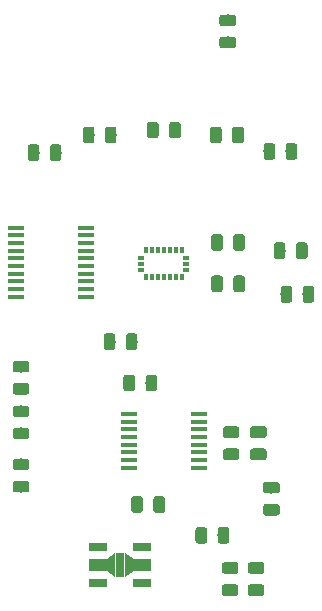
<source format=gbr>
G04 #@! TF.GenerationSoftware,KiCad,Pcbnew,(5.1.2)-2*
G04 #@! TF.CreationDate,2019-12-09T19:40:43+00:00*
G04 #@! TF.ProjectId,main_pcb,6d61696e-5f70-4636-922e-6b696361645f,rev?*
G04 #@! TF.SameCoordinates,Original*
G04 #@! TF.FileFunction,Paste,Bot*
G04 #@! TF.FilePolarity,Positive*
%FSLAX46Y46*%
G04 Gerber Fmt 4.6, Leading zero omitted, Abs format (unit mm)*
G04 Created by KiCad (PCBNEW (5.1.2)-2) date 2019-12-09 19:40:43*
%MOMM*%
%LPD*%
G04 APERTURE LIST*
%ADD10C,0.100000*%
%ADD11C,0.975000*%
%ADD12R,0.800000X2.000000*%
%ADD13C,0.750000*%
%ADD14R,1.500000X1.000000*%
%ADD15R,1.500000X0.700000*%
%ADD16R,1.450000X0.450000*%
%ADD17R,1.475000X0.450000*%
%ADD18R,0.600000X0.300000*%
%ADD19R,0.300000X0.600000*%
G04 APERTURE END LIST*
D10*
G36*
X139080142Y-69713674D02*
G01*
X139103803Y-69717184D01*
X139127007Y-69722996D01*
X139149529Y-69731054D01*
X139171153Y-69741282D01*
X139191670Y-69753579D01*
X139210883Y-69767829D01*
X139228607Y-69783893D01*
X139244671Y-69801617D01*
X139258921Y-69820830D01*
X139271218Y-69841347D01*
X139281446Y-69862971D01*
X139289504Y-69885493D01*
X139295316Y-69908697D01*
X139298826Y-69932358D01*
X139300000Y-69956250D01*
X139300000Y-70443750D01*
X139298826Y-70467642D01*
X139295316Y-70491303D01*
X139289504Y-70514507D01*
X139281446Y-70537029D01*
X139271218Y-70558653D01*
X139258921Y-70579170D01*
X139244671Y-70598383D01*
X139228607Y-70616107D01*
X139210883Y-70632171D01*
X139191670Y-70646421D01*
X139171153Y-70658718D01*
X139149529Y-70668946D01*
X139127007Y-70677004D01*
X139103803Y-70682816D01*
X139080142Y-70686326D01*
X139056250Y-70687500D01*
X138143750Y-70687500D01*
X138119858Y-70686326D01*
X138096197Y-70682816D01*
X138072993Y-70677004D01*
X138050471Y-70668946D01*
X138028847Y-70658718D01*
X138008330Y-70646421D01*
X137989117Y-70632171D01*
X137971393Y-70616107D01*
X137955329Y-70598383D01*
X137941079Y-70579170D01*
X137928782Y-70558653D01*
X137918554Y-70537029D01*
X137910496Y-70514507D01*
X137904684Y-70491303D01*
X137901174Y-70467642D01*
X137900000Y-70443750D01*
X137900000Y-69956250D01*
X137901174Y-69932358D01*
X137904684Y-69908697D01*
X137910496Y-69885493D01*
X137918554Y-69862971D01*
X137928782Y-69841347D01*
X137941079Y-69820830D01*
X137955329Y-69801617D01*
X137971393Y-69783893D01*
X137989117Y-69767829D01*
X138008330Y-69753579D01*
X138028847Y-69741282D01*
X138050471Y-69731054D01*
X138072993Y-69722996D01*
X138096197Y-69717184D01*
X138119858Y-69713674D01*
X138143750Y-69712500D01*
X139056250Y-69712500D01*
X139080142Y-69713674D01*
X139080142Y-69713674D01*
G37*
D11*
X138600000Y-70200000D03*
D10*
G36*
X139080142Y-71588674D02*
G01*
X139103803Y-71592184D01*
X139127007Y-71597996D01*
X139149529Y-71606054D01*
X139171153Y-71616282D01*
X139191670Y-71628579D01*
X139210883Y-71642829D01*
X139228607Y-71658893D01*
X139244671Y-71676617D01*
X139258921Y-71695830D01*
X139271218Y-71716347D01*
X139281446Y-71737971D01*
X139289504Y-71760493D01*
X139295316Y-71783697D01*
X139298826Y-71807358D01*
X139300000Y-71831250D01*
X139300000Y-72318750D01*
X139298826Y-72342642D01*
X139295316Y-72366303D01*
X139289504Y-72389507D01*
X139281446Y-72412029D01*
X139271218Y-72433653D01*
X139258921Y-72454170D01*
X139244671Y-72473383D01*
X139228607Y-72491107D01*
X139210883Y-72507171D01*
X139191670Y-72521421D01*
X139171153Y-72533718D01*
X139149529Y-72543946D01*
X139127007Y-72552004D01*
X139103803Y-72557816D01*
X139080142Y-72561326D01*
X139056250Y-72562500D01*
X138143750Y-72562500D01*
X138119858Y-72561326D01*
X138096197Y-72557816D01*
X138072993Y-72552004D01*
X138050471Y-72543946D01*
X138028847Y-72533718D01*
X138008330Y-72521421D01*
X137989117Y-72507171D01*
X137971393Y-72491107D01*
X137955329Y-72473383D01*
X137941079Y-72454170D01*
X137928782Y-72433653D01*
X137918554Y-72412029D01*
X137910496Y-72389507D01*
X137904684Y-72366303D01*
X137901174Y-72342642D01*
X137900000Y-72318750D01*
X137900000Y-71831250D01*
X137901174Y-71807358D01*
X137904684Y-71783697D01*
X137910496Y-71760493D01*
X137918554Y-71737971D01*
X137928782Y-71716347D01*
X137941079Y-71695830D01*
X137955329Y-71676617D01*
X137971393Y-71658893D01*
X137989117Y-71642829D01*
X138008330Y-71628579D01*
X138028847Y-71616282D01*
X138050471Y-71606054D01*
X138072993Y-71597996D01*
X138096197Y-71592184D01*
X138119858Y-71588674D01*
X138143750Y-71587500D01*
X139056250Y-71587500D01*
X139080142Y-71588674D01*
X139080142Y-71588674D01*
G37*
D11*
X138600000Y-72075000D03*
D10*
G36*
X121580142Y-104688674D02*
G01*
X121603803Y-104692184D01*
X121627007Y-104697996D01*
X121649529Y-104706054D01*
X121671153Y-104716282D01*
X121691670Y-104728579D01*
X121710883Y-104742829D01*
X121728607Y-104758893D01*
X121744671Y-104776617D01*
X121758921Y-104795830D01*
X121771218Y-104816347D01*
X121781446Y-104837971D01*
X121789504Y-104860493D01*
X121795316Y-104883697D01*
X121798826Y-104907358D01*
X121800000Y-104931250D01*
X121800000Y-105418750D01*
X121798826Y-105442642D01*
X121795316Y-105466303D01*
X121789504Y-105489507D01*
X121781446Y-105512029D01*
X121771218Y-105533653D01*
X121758921Y-105554170D01*
X121744671Y-105573383D01*
X121728607Y-105591107D01*
X121710883Y-105607171D01*
X121691670Y-105621421D01*
X121671153Y-105633718D01*
X121649529Y-105643946D01*
X121627007Y-105652004D01*
X121603803Y-105657816D01*
X121580142Y-105661326D01*
X121556250Y-105662500D01*
X120643750Y-105662500D01*
X120619858Y-105661326D01*
X120596197Y-105657816D01*
X120572993Y-105652004D01*
X120550471Y-105643946D01*
X120528847Y-105633718D01*
X120508330Y-105621421D01*
X120489117Y-105607171D01*
X120471393Y-105591107D01*
X120455329Y-105573383D01*
X120441079Y-105554170D01*
X120428782Y-105533653D01*
X120418554Y-105512029D01*
X120410496Y-105489507D01*
X120404684Y-105466303D01*
X120401174Y-105442642D01*
X120400000Y-105418750D01*
X120400000Y-104931250D01*
X120401174Y-104907358D01*
X120404684Y-104883697D01*
X120410496Y-104860493D01*
X120418554Y-104837971D01*
X120428782Y-104816347D01*
X120441079Y-104795830D01*
X120455329Y-104776617D01*
X120471393Y-104758893D01*
X120489117Y-104742829D01*
X120508330Y-104728579D01*
X120528847Y-104716282D01*
X120550471Y-104706054D01*
X120572993Y-104697996D01*
X120596197Y-104692184D01*
X120619858Y-104688674D01*
X120643750Y-104687500D01*
X121556250Y-104687500D01*
X121580142Y-104688674D01*
X121580142Y-104688674D01*
G37*
D11*
X121100000Y-105175000D03*
D10*
G36*
X121580142Y-102813674D02*
G01*
X121603803Y-102817184D01*
X121627007Y-102822996D01*
X121649529Y-102831054D01*
X121671153Y-102841282D01*
X121691670Y-102853579D01*
X121710883Y-102867829D01*
X121728607Y-102883893D01*
X121744671Y-102901617D01*
X121758921Y-102920830D01*
X121771218Y-102941347D01*
X121781446Y-102962971D01*
X121789504Y-102985493D01*
X121795316Y-103008697D01*
X121798826Y-103032358D01*
X121800000Y-103056250D01*
X121800000Y-103543750D01*
X121798826Y-103567642D01*
X121795316Y-103591303D01*
X121789504Y-103614507D01*
X121781446Y-103637029D01*
X121771218Y-103658653D01*
X121758921Y-103679170D01*
X121744671Y-103698383D01*
X121728607Y-103716107D01*
X121710883Y-103732171D01*
X121691670Y-103746421D01*
X121671153Y-103758718D01*
X121649529Y-103768946D01*
X121627007Y-103777004D01*
X121603803Y-103782816D01*
X121580142Y-103786326D01*
X121556250Y-103787500D01*
X120643750Y-103787500D01*
X120619858Y-103786326D01*
X120596197Y-103782816D01*
X120572993Y-103777004D01*
X120550471Y-103768946D01*
X120528847Y-103758718D01*
X120508330Y-103746421D01*
X120489117Y-103732171D01*
X120471393Y-103716107D01*
X120455329Y-103698383D01*
X120441079Y-103679170D01*
X120428782Y-103658653D01*
X120418554Y-103637029D01*
X120410496Y-103614507D01*
X120404684Y-103591303D01*
X120401174Y-103567642D01*
X120400000Y-103543750D01*
X120400000Y-103056250D01*
X120401174Y-103032358D01*
X120404684Y-103008697D01*
X120410496Y-102985493D01*
X120418554Y-102962971D01*
X120428782Y-102941347D01*
X120441079Y-102920830D01*
X120455329Y-102901617D01*
X120471393Y-102883893D01*
X120489117Y-102867829D01*
X120508330Y-102853579D01*
X120528847Y-102841282D01*
X120550471Y-102831054D01*
X120572993Y-102822996D01*
X120596197Y-102817184D01*
X120619858Y-102813674D01*
X120643750Y-102812500D01*
X121556250Y-102812500D01*
X121580142Y-102813674D01*
X121580142Y-102813674D01*
G37*
D11*
X121100000Y-103300000D03*
D10*
G36*
X121580142Y-100913674D02*
G01*
X121603803Y-100917184D01*
X121627007Y-100922996D01*
X121649529Y-100931054D01*
X121671153Y-100941282D01*
X121691670Y-100953579D01*
X121710883Y-100967829D01*
X121728607Y-100983893D01*
X121744671Y-101001617D01*
X121758921Y-101020830D01*
X121771218Y-101041347D01*
X121781446Y-101062971D01*
X121789504Y-101085493D01*
X121795316Y-101108697D01*
X121798826Y-101132358D01*
X121800000Y-101156250D01*
X121800000Y-101643750D01*
X121798826Y-101667642D01*
X121795316Y-101691303D01*
X121789504Y-101714507D01*
X121781446Y-101737029D01*
X121771218Y-101758653D01*
X121758921Y-101779170D01*
X121744671Y-101798383D01*
X121728607Y-101816107D01*
X121710883Y-101832171D01*
X121691670Y-101846421D01*
X121671153Y-101858718D01*
X121649529Y-101868946D01*
X121627007Y-101877004D01*
X121603803Y-101882816D01*
X121580142Y-101886326D01*
X121556250Y-101887500D01*
X120643750Y-101887500D01*
X120619858Y-101886326D01*
X120596197Y-101882816D01*
X120572993Y-101877004D01*
X120550471Y-101868946D01*
X120528847Y-101858718D01*
X120508330Y-101846421D01*
X120489117Y-101832171D01*
X120471393Y-101816107D01*
X120455329Y-101798383D01*
X120441079Y-101779170D01*
X120428782Y-101758653D01*
X120418554Y-101737029D01*
X120410496Y-101714507D01*
X120404684Y-101691303D01*
X120401174Y-101667642D01*
X120400000Y-101643750D01*
X120400000Y-101156250D01*
X120401174Y-101132358D01*
X120404684Y-101108697D01*
X120410496Y-101085493D01*
X120418554Y-101062971D01*
X120428782Y-101041347D01*
X120441079Y-101020830D01*
X120455329Y-101001617D01*
X120471393Y-100983893D01*
X120489117Y-100967829D01*
X120508330Y-100953579D01*
X120528847Y-100941282D01*
X120550471Y-100931054D01*
X120572993Y-100922996D01*
X120596197Y-100917184D01*
X120619858Y-100913674D01*
X120643750Y-100912500D01*
X121556250Y-100912500D01*
X121580142Y-100913674D01*
X121580142Y-100913674D01*
G37*
D11*
X121100000Y-101400000D03*
D10*
G36*
X121580142Y-99038674D02*
G01*
X121603803Y-99042184D01*
X121627007Y-99047996D01*
X121649529Y-99056054D01*
X121671153Y-99066282D01*
X121691670Y-99078579D01*
X121710883Y-99092829D01*
X121728607Y-99108893D01*
X121744671Y-99126617D01*
X121758921Y-99145830D01*
X121771218Y-99166347D01*
X121781446Y-99187971D01*
X121789504Y-99210493D01*
X121795316Y-99233697D01*
X121798826Y-99257358D01*
X121800000Y-99281250D01*
X121800000Y-99768750D01*
X121798826Y-99792642D01*
X121795316Y-99816303D01*
X121789504Y-99839507D01*
X121781446Y-99862029D01*
X121771218Y-99883653D01*
X121758921Y-99904170D01*
X121744671Y-99923383D01*
X121728607Y-99941107D01*
X121710883Y-99957171D01*
X121691670Y-99971421D01*
X121671153Y-99983718D01*
X121649529Y-99993946D01*
X121627007Y-100002004D01*
X121603803Y-100007816D01*
X121580142Y-100011326D01*
X121556250Y-100012500D01*
X120643750Y-100012500D01*
X120619858Y-100011326D01*
X120596197Y-100007816D01*
X120572993Y-100002004D01*
X120550471Y-99993946D01*
X120528847Y-99983718D01*
X120508330Y-99971421D01*
X120489117Y-99957171D01*
X120471393Y-99941107D01*
X120455329Y-99923383D01*
X120441079Y-99904170D01*
X120428782Y-99883653D01*
X120418554Y-99862029D01*
X120410496Y-99839507D01*
X120404684Y-99816303D01*
X120401174Y-99792642D01*
X120400000Y-99768750D01*
X120400000Y-99281250D01*
X120401174Y-99257358D01*
X120404684Y-99233697D01*
X120410496Y-99210493D01*
X120418554Y-99187971D01*
X120428782Y-99166347D01*
X120441079Y-99145830D01*
X120455329Y-99126617D01*
X120471393Y-99108893D01*
X120489117Y-99092829D01*
X120508330Y-99078579D01*
X120528847Y-99066282D01*
X120550471Y-99056054D01*
X120572993Y-99047996D01*
X120596197Y-99042184D01*
X120619858Y-99038674D01*
X120643750Y-99037500D01*
X121556250Y-99037500D01*
X121580142Y-99038674D01*
X121580142Y-99038674D01*
G37*
D11*
X121100000Y-99525000D03*
D12*
X129500000Y-116300000D03*
D13*
X128725000Y-116300000D03*
D10*
G36*
X128350000Y-115800000D02*
G01*
X129100000Y-115300000D01*
X129100000Y-117300000D01*
X128350000Y-116800000D01*
X128350000Y-115800000D01*
X128350000Y-115800000D01*
G37*
D14*
X131350000Y-116300000D03*
D15*
X127650000Y-114800000D03*
D14*
X127650000Y-116300000D03*
D15*
X127650000Y-117800000D03*
X131350000Y-114800000D03*
X131350000Y-117800000D03*
D13*
X130275000Y-116300000D03*
D10*
G36*
X130650000Y-116800000D02*
G01*
X129900000Y-117300000D01*
X129900000Y-115300000D01*
X130650000Y-115800000D01*
X130650000Y-116800000D01*
X130650000Y-116800000D01*
G37*
G36*
X139742642Y-79201174D02*
G01*
X139766303Y-79204684D01*
X139789507Y-79210496D01*
X139812029Y-79218554D01*
X139833653Y-79228782D01*
X139854170Y-79241079D01*
X139873383Y-79255329D01*
X139891107Y-79271393D01*
X139907171Y-79289117D01*
X139921421Y-79308330D01*
X139933718Y-79328847D01*
X139943946Y-79350471D01*
X139952004Y-79372993D01*
X139957816Y-79396197D01*
X139961326Y-79419858D01*
X139962500Y-79443750D01*
X139962500Y-80356250D01*
X139961326Y-80380142D01*
X139957816Y-80403803D01*
X139952004Y-80427007D01*
X139943946Y-80449529D01*
X139933718Y-80471153D01*
X139921421Y-80491670D01*
X139907171Y-80510883D01*
X139891107Y-80528607D01*
X139873383Y-80544671D01*
X139854170Y-80558921D01*
X139833653Y-80571218D01*
X139812029Y-80581446D01*
X139789507Y-80589504D01*
X139766303Y-80595316D01*
X139742642Y-80598826D01*
X139718750Y-80600000D01*
X139231250Y-80600000D01*
X139207358Y-80598826D01*
X139183697Y-80595316D01*
X139160493Y-80589504D01*
X139137971Y-80581446D01*
X139116347Y-80571218D01*
X139095830Y-80558921D01*
X139076617Y-80544671D01*
X139058893Y-80528607D01*
X139042829Y-80510883D01*
X139028579Y-80491670D01*
X139016282Y-80471153D01*
X139006054Y-80449529D01*
X138997996Y-80427007D01*
X138992184Y-80403803D01*
X138988674Y-80380142D01*
X138987500Y-80356250D01*
X138987500Y-79443750D01*
X138988674Y-79419858D01*
X138992184Y-79396197D01*
X138997996Y-79372993D01*
X139006054Y-79350471D01*
X139016282Y-79328847D01*
X139028579Y-79308330D01*
X139042829Y-79289117D01*
X139058893Y-79271393D01*
X139076617Y-79255329D01*
X139095830Y-79241079D01*
X139116347Y-79228782D01*
X139137971Y-79218554D01*
X139160493Y-79210496D01*
X139183697Y-79204684D01*
X139207358Y-79201174D01*
X139231250Y-79200000D01*
X139718750Y-79200000D01*
X139742642Y-79201174D01*
X139742642Y-79201174D01*
G37*
D11*
X139475000Y-79900000D03*
D10*
G36*
X137867642Y-79201174D02*
G01*
X137891303Y-79204684D01*
X137914507Y-79210496D01*
X137937029Y-79218554D01*
X137958653Y-79228782D01*
X137979170Y-79241079D01*
X137998383Y-79255329D01*
X138016107Y-79271393D01*
X138032171Y-79289117D01*
X138046421Y-79308330D01*
X138058718Y-79328847D01*
X138068946Y-79350471D01*
X138077004Y-79372993D01*
X138082816Y-79396197D01*
X138086326Y-79419858D01*
X138087500Y-79443750D01*
X138087500Y-80356250D01*
X138086326Y-80380142D01*
X138082816Y-80403803D01*
X138077004Y-80427007D01*
X138068946Y-80449529D01*
X138058718Y-80471153D01*
X138046421Y-80491670D01*
X138032171Y-80510883D01*
X138016107Y-80528607D01*
X137998383Y-80544671D01*
X137979170Y-80558921D01*
X137958653Y-80571218D01*
X137937029Y-80581446D01*
X137914507Y-80589504D01*
X137891303Y-80595316D01*
X137867642Y-80598826D01*
X137843750Y-80600000D01*
X137356250Y-80600000D01*
X137332358Y-80598826D01*
X137308697Y-80595316D01*
X137285493Y-80589504D01*
X137262971Y-80581446D01*
X137241347Y-80571218D01*
X137220830Y-80558921D01*
X137201617Y-80544671D01*
X137183893Y-80528607D01*
X137167829Y-80510883D01*
X137153579Y-80491670D01*
X137141282Y-80471153D01*
X137131054Y-80449529D01*
X137122996Y-80427007D01*
X137117184Y-80403803D01*
X137113674Y-80380142D01*
X137112500Y-80356250D01*
X137112500Y-79443750D01*
X137113674Y-79419858D01*
X137117184Y-79396197D01*
X137122996Y-79372993D01*
X137131054Y-79350471D01*
X137141282Y-79328847D01*
X137153579Y-79308330D01*
X137167829Y-79289117D01*
X137183893Y-79271393D01*
X137201617Y-79255329D01*
X137220830Y-79241079D01*
X137241347Y-79228782D01*
X137262971Y-79218554D01*
X137285493Y-79210496D01*
X137308697Y-79204684D01*
X137332358Y-79201174D01*
X137356250Y-79200000D01*
X137843750Y-79200000D01*
X137867642Y-79201174D01*
X137867642Y-79201174D01*
G37*
D11*
X137600000Y-79900000D03*
D10*
G36*
X142392642Y-80601174D02*
G01*
X142416303Y-80604684D01*
X142439507Y-80610496D01*
X142462029Y-80618554D01*
X142483653Y-80628782D01*
X142504170Y-80641079D01*
X142523383Y-80655329D01*
X142541107Y-80671393D01*
X142557171Y-80689117D01*
X142571421Y-80708330D01*
X142583718Y-80728847D01*
X142593946Y-80750471D01*
X142602004Y-80772993D01*
X142607816Y-80796197D01*
X142611326Y-80819858D01*
X142612500Y-80843750D01*
X142612500Y-81756250D01*
X142611326Y-81780142D01*
X142607816Y-81803803D01*
X142602004Y-81827007D01*
X142593946Y-81849529D01*
X142583718Y-81871153D01*
X142571421Y-81891670D01*
X142557171Y-81910883D01*
X142541107Y-81928607D01*
X142523383Y-81944671D01*
X142504170Y-81958921D01*
X142483653Y-81971218D01*
X142462029Y-81981446D01*
X142439507Y-81989504D01*
X142416303Y-81995316D01*
X142392642Y-81998826D01*
X142368750Y-82000000D01*
X141881250Y-82000000D01*
X141857358Y-81998826D01*
X141833697Y-81995316D01*
X141810493Y-81989504D01*
X141787971Y-81981446D01*
X141766347Y-81971218D01*
X141745830Y-81958921D01*
X141726617Y-81944671D01*
X141708893Y-81928607D01*
X141692829Y-81910883D01*
X141678579Y-81891670D01*
X141666282Y-81871153D01*
X141656054Y-81849529D01*
X141647996Y-81827007D01*
X141642184Y-81803803D01*
X141638674Y-81780142D01*
X141637500Y-81756250D01*
X141637500Y-80843750D01*
X141638674Y-80819858D01*
X141642184Y-80796197D01*
X141647996Y-80772993D01*
X141656054Y-80750471D01*
X141666282Y-80728847D01*
X141678579Y-80708330D01*
X141692829Y-80689117D01*
X141708893Y-80671393D01*
X141726617Y-80655329D01*
X141745830Y-80641079D01*
X141766347Y-80628782D01*
X141787971Y-80618554D01*
X141810493Y-80610496D01*
X141833697Y-80604684D01*
X141857358Y-80601174D01*
X141881250Y-80600000D01*
X142368750Y-80600000D01*
X142392642Y-80601174D01*
X142392642Y-80601174D01*
G37*
D11*
X142125000Y-81300000D03*
D10*
G36*
X144267642Y-80601174D02*
G01*
X144291303Y-80604684D01*
X144314507Y-80610496D01*
X144337029Y-80618554D01*
X144358653Y-80628782D01*
X144379170Y-80641079D01*
X144398383Y-80655329D01*
X144416107Y-80671393D01*
X144432171Y-80689117D01*
X144446421Y-80708330D01*
X144458718Y-80728847D01*
X144468946Y-80750471D01*
X144477004Y-80772993D01*
X144482816Y-80796197D01*
X144486326Y-80819858D01*
X144487500Y-80843750D01*
X144487500Y-81756250D01*
X144486326Y-81780142D01*
X144482816Y-81803803D01*
X144477004Y-81827007D01*
X144468946Y-81849529D01*
X144458718Y-81871153D01*
X144446421Y-81891670D01*
X144432171Y-81910883D01*
X144416107Y-81928607D01*
X144398383Y-81944671D01*
X144379170Y-81958921D01*
X144358653Y-81971218D01*
X144337029Y-81981446D01*
X144314507Y-81989504D01*
X144291303Y-81995316D01*
X144267642Y-81998826D01*
X144243750Y-82000000D01*
X143756250Y-82000000D01*
X143732358Y-81998826D01*
X143708697Y-81995316D01*
X143685493Y-81989504D01*
X143662971Y-81981446D01*
X143641347Y-81971218D01*
X143620830Y-81958921D01*
X143601617Y-81944671D01*
X143583893Y-81928607D01*
X143567829Y-81910883D01*
X143553579Y-81891670D01*
X143541282Y-81871153D01*
X143531054Y-81849529D01*
X143522996Y-81827007D01*
X143517184Y-81803803D01*
X143513674Y-81780142D01*
X143512500Y-81756250D01*
X143512500Y-80843750D01*
X143513674Y-80819858D01*
X143517184Y-80796197D01*
X143522996Y-80772993D01*
X143531054Y-80750471D01*
X143541282Y-80728847D01*
X143553579Y-80708330D01*
X143567829Y-80689117D01*
X143583893Y-80671393D01*
X143601617Y-80655329D01*
X143620830Y-80641079D01*
X143641347Y-80628782D01*
X143662971Y-80618554D01*
X143685493Y-80610496D01*
X143708697Y-80604684D01*
X143732358Y-80601174D01*
X143756250Y-80600000D01*
X144243750Y-80600000D01*
X144267642Y-80601174D01*
X144267642Y-80601174D01*
G37*
D11*
X144000000Y-81300000D03*
D10*
G36*
X134405142Y-78801174D02*
G01*
X134428803Y-78804684D01*
X134452007Y-78810496D01*
X134474529Y-78818554D01*
X134496153Y-78828782D01*
X134516670Y-78841079D01*
X134535883Y-78855329D01*
X134553607Y-78871393D01*
X134569671Y-78889117D01*
X134583921Y-78908330D01*
X134596218Y-78928847D01*
X134606446Y-78950471D01*
X134614504Y-78972993D01*
X134620316Y-78996197D01*
X134623826Y-79019858D01*
X134625000Y-79043750D01*
X134625000Y-79956250D01*
X134623826Y-79980142D01*
X134620316Y-80003803D01*
X134614504Y-80027007D01*
X134606446Y-80049529D01*
X134596218Y-80071153D01*
X134583921Y-80091670D01*
X134569671Y-80110883D01*
X134553607Y-80128607D01*
X134535883Y-80144671D01*
X134516670Y-80158921D01*
X134496153Y-80171218D01*
X134474529Y-80181446D01*
X134452007Y-80189504D01*
X134428803Y-80195316D01*
X134405142Y-80198826D01*
X134381250Y-80200000D01*
X133893750Y-80200000D01*
X133869858Y-80198826D01*
X133846197Y-80195316D01*
X133822993Y-80189504D01*
X133800471Y-80181446D01*
X133778847Y-80171218D01*
X133758330Y-80158921D01*
X133739117Y-80144671D01*
X133721393Y-80128607D01*
X133705329Y-80110883D01*
X133691079Y-80091670D01*
X133678782Y-80071153D01*
X133668554Y-80049529D01*
X133660496Y-80027007D01*
X133654684Y-80003803D01*
X133651174Y-79980142D01*
X133650000Y-79956250D01*
X133650000Y-79043750D01*
X133651174Y-79019858D01*
X133654684Y-78996197D01*
X133660496Y-78972993D01*
X133668554Y-78950471D01*
X133678782Y-78928847D01*
X133691079Y-78908330D01*
X133705329Y-78889117D01*
X133721393Y-78871393D01*
X133739117Y-78855329D01*
X133758330Y-78841079D01*
X133778847Y-78828782D01*
X133800471Y-78818554D01*
X133822993Y-78810496D01*
X133846197Y-78804684D01*
X133869858Y-78801174D01*
X133893750Y-78800000D01*
X134381250Y-78800000D01*
X134405142Y-78801174D01*
X134405142Y-78801174D01*
G37*
D11*
X134137500Y-79500000D03*
D10*
G36*
X132530142Y-78801174D02*
G01*
X132553803Y-78804684D01*
X132577007Y-78810496D01*
X132599529Y-78818554D01*
X132621153Y-78828782D01*
X132641670Y-78841079D01*
X132660883Y-78855329D01*
X132678607Y-78871393D01*
X132694671Y-78889117D01*
X132708921Y-78908330D01*
X132721218Y-78928847D01*
X132731446Y-78950471D01*
X132739504Y-78972993D01*
X132745316Y-78996197D01*
X132748826Y-79019858D01*
X132750000Y-79043750D01*
X132750000Y-79956250D01*
X132748826Y-79980142D01*
X132745316Y-80003803D01*
X132739504Y-80027007D01*
X132731446Y-80049529D01*
X132721218Y-80071153D01*
X132708921Y-80091670D01*
X132694671Y-80110883D01*
X132678607Y-80128607D01*
X132660883Y-80144671D01*
X132641670Y-80158921D01*
X132621153Y-80171218D01*
X132599529Y-80181446D01*
X132577007Y-80189504D01*
X132553803Y-80195316D01*
X132530142Y-80198826D01*
X132506250Y-80200000D01*
X132018750Y-80200000D01*
X131994858Y-80198826D01*
X131971197Y-80195316D01*
X131947993Y-80189504D01*
X131925471Y-80181446D01*
X131903847Y-80171218D01*
X131883330Y-80158921D01*
X131864117Y-80144671D01*
X131846393Y-80128607D01*
X131830329Y-80110883D01*
X131816079Y-80091670D01*
X131803782Y-80071153D01*
X131793554Y-80049529D01*
X131785496Y-80027007D01*
X131779684Y-80003803D01*
X131776174Y-79980142D01*
X131775000Y-79956250D01*
X131775000Y-79043750D01*
X131776174Y-79019858D01*
X131779684Y-78996197D01*
X131785496Y-78972993D01*
X131793554Y-78950471D01*
X131803782Y-78928847D01*
X131816079Y-78908330D01*
X131830329Y-78889117D01*
X131846393Y-78871393D01*
X131864117Y-78855329D01*
X131883330Y-78841079D01*
X131903847Y-78828782D01*
X131925471Y-78818554D01*
X131947993Y-78810496D01*
X131971197Y-78804684D01*
X131994858Y-78801174D01*
X132018750Y-78800000D01*
X132506250Y-78800000D01*
X132530142Y-78801174D01*
X132530142Y-78801174D01*
G37*
D11*
X132262500Y-79500000D03*
D10*
G36*
X127092642Y-79201174D02*
G01*
X127116303Y-79204684D01*
X127139507Y-79210496D01*
X127162029Y-79218554D01*
X127183653Y-79228782D01*
X127204170Y-79241079D01*
X127223383Y-79255329D01*
X127241107Y-79271393D01*
X127257171Y-79289117D01*
X127271421Y-79308330D01*
X127283718Y-79328847D01*
X127293946Y-79350471D01*
X127302004Y-79372993D01*
X127307816Y-79396197D01*
X127311326Y-79419858D01*
X127312500Y-79443750D01*
X127312500Y-80356250D01*
X127311326Y-80380142D01*
X127307816Y-80403803D01*
X127302004Y-80427007D01*
X127293946Y-80449529D01*
X127283718Y-80471153D01*
X127271421Y-80491670D01*
X127257171Y-80510883D01*
X127241107Y-80528607D01*
X127223383Y-80544671D01*
X127204170Y-80558921D01*
X127183653Y-80571218D01*
X127162029Y-80581446D01*
X127139507Y-80589504D01*
X127116303Y-80595316D01*
X127092642Y-80598826D01*
X127068750Y-80600000D01*
X126581250Y-80600000D01*
X126557358Y-80598826D01*
X126533697Y-80595316D01*
X126510493Y-80589504D01*
X126487971Y-80581446D01*
X126466347Y-80571218D01*
X126445830Y-80558921D01*
X126426617Y-80544671D01*
X126408893Y-80528607D01*
X126392829Y-80510883D01*
X126378579Y-80491670D01*
X126366282Y-80471153D01*
X126356054Y-80449529D01*
X126347996Y-80427007D01*
X126342184Y-80403803D01*
X126338674Y-80380142D01*
X126337500Y-80356250D01*
X126337500Y-79443750D01*
X126338674Y-79419858D01*
X126342184Y-79396197D01*
X126347996Y-79372993D01*
X126356054Y-79350471D01*
X126366282Y-79328847D01*
X126378579Y-79308330D01*
X126392829Y-79289117D01*
X126408893Y-79271393D01*
X126426617Y-79255329D01*
X126445830Y-79241079D01*
X126466347Y-79228782D01*
X126487971Y-79218554D01*
X126510493Y-79210496D01*
X126533697Y-79204684D01*
X126557358Y-79201174D01*
X126581250Y-79200000D01*
X127068750Y-79200000D01*
X127092642Y-79201174D01*
X127092642Y-79201174D01*
G37*
D11*
X126825000Y-79900000D03*
D10*
G36*
X128967642Y-79201174D02*
G01*
X128991303Y-79204684D01*
X129014507Y-79210496D01*
X129037029Y-79218554D01*
X129058653Y-79228782D01*
X129079170Y-79241079D01*
X129098383Y-79255329D01*
X129116107Y-79271393D01*
X129132171Y-79289117D01*
X129146421Y-79308330D01*
X129158718Y-79328847D01*
X129168946Y-79350471D01*
X129177004Y-79372993D01*
X129182816Y-79396197D01*
X129186326Y-79419858D01*
X129187500Y-79443750D01*
X129187500Y-80356250D01*
X129186326Y-80380142D01*
X129182816Y-80403803D01*
X129177004Y-80427007D01*
X129168946Y-80449529D01*
X129158718Y-80471153D01*
X129146421Y-80491670D01*
X129132171Y-80510883D01*
X129116107Y-80528607D01*
X129098383Y-80544671D01*
X129079170Y-80558921D01*
X129058653Y-80571218D01*
X129037029Y-80581446D01*
X129014507Y-80589504D01*
X128991303Y-80595316D01*
X128967642Y-80598826D01*
X128943750Y-80600000D01*
X128456250Y-80600000D01*
X128432358Y-80598826D01*
X128408697Y-80595316D01*
X128385493Y-80589504D01*
X128362971Y-80581446D01*
X128341347Y-80571218D01*
X128320830Y-80558921D01*
X128301617Y-80544671D01*
X128283893Y-80528607D01*
X128267829Y-80510883D01*
X128253579Y-80491670D01*
X128241282Y-80471153D01*
X128231054Y-80449529D01*
X128222996Y-80427007D01*
X128217184Y-80403803D01*
X128213674Y-80380142D01*
X128212500Y-80356250D01*
X128212500Y-79443750D01*
X128213674Y-79419858D01*
X128217184Y-79396197D01*
X128222996Y-79372993D01*
X128231054Y-79350471D01*
X128241282Y-79328847D01*
X128253579Y-79308330D01*
X128267829Y-79289117D01*
X128283893Y-79271393D01*
X128301617Y-79255329D01*
X128320830Y-79241079D01*
X128341347Y-79228782D01*
X128362971Y-79218554D01*
X128385493Y-79210496D01*
X128408697Y-79204684D01*
X128432358Y-79201174D01*
X128456250Y-79200000D01*
X128943750Y-79200000D01*
X128967642Y-79201174D01*
X128967642Y-79201174D01*
G37*
D11*
X128700000Y-79900000D03*
D10*
G36*
X124305142Y-80701174D02*
G01*
X124328803Y-80704684D01*
X124352007Y-80710496D01*
X124374529Y-80718554D01*
X124396153Y-80728782D01*
X124416670Y-80741079D01*
X124435883Y-80755329D01*
X124453607Y-80771393D01*
X124469671Y-80789117D01*
X124483921Y-80808330D01*
X124496218Y-80828847D01*
X124506446Y-80850471D01*
X124514504Y-80872993D01*
X124520316Y-80896197D01*
X124523826Y-80919858D01*
X124525000Y-80943750D01*
X124525000Y-81856250D01*
X124523826Y-81880142D01*
X124520316Y-81903803D01*
X124514504Y-81927007D01*
X124506446Y-81949529D01*
X124496218Y-81971153D01*
X124483921Y-81991670D01*
X124469671Y-82010883D01*
X124453607Y-82028607D01*
X124435883Y-82044671D01*
X124416670Y-82058921D01*
X124396153Y-82071218D01*
X124374529Y-82081446D01*
X124352007Y-82089504D01*
X124328803Y-82095316D01*
X124305142Y-82098826D01*
X124281250Y-82100000D01*
X123793750Y-82100000D01*
X123769858Y-82098826D01*
X123746197Y-82095316D01*
X123722993Y-82089504D01*
X123700471Y-82081446D01*
X123678847Y-82071218D01*
X123658330Y-82058921D01*
X123639117Y-82044671D01*
X123621393Y-82028607D01*
X123605329Y-82010883D01*
X123591079Y-81991670D01*
X123578782Y-81971153D01*
X123568554Y-81949529D01*
X123560496Y-81927007D01*
X123554684Y-81903803D01*
X123551174Y-81880142D01*
X123550000Y-81856250D01*
X123550000Y-80943750D01*
X123551174Y-80919858D01*
X123554684Y-80896197D01*
X123560496Y-80872993D01*
X123568554Y-80850471D01*
X123578782Y-80828847D01*
X123591079Y-80808330D01*
X123605329Y-80789117D01*
X123621393Y-80771393D01*
X123639117Y-80755329D01*
X123658330Y-80741079D01*
X123678847Y-80728782D01*
X123700471Y-80718554D01*
X123722993Y-80710496D01*
X123746197Y-80704684D01*
X123769858Y-80701174D01*
X123793750Y-80700000D01*
X124281250Y-80700000D01*
X124305142Y-80701174D01*
X124305142Y-80701174D01*
G37*
D11*
X124037500Y-81400000D03*
D10*
G36*
X122430142Y-80701174D02*
G01*
X122453803Y-80704684D01*
X122477007Y-80710496D01*
X122499529Y-80718554D01*
X122521153Y-80728782D01*
X122541670Y-80741079D01*
X122560883Y-80755329D01*
X122578607Y-80771393D01*
X122594671Y-80789117D01*
X122608921Y-80808330D01*
X122621218Y-80828847D01*
X122631446Y-80850471D01*
X122639504Y-80872993D01*
X122645316Y-80896197D01*
X122648826Y-80919858D01*
X122650000Y-80943750D01*
X122650000Y-81856250D01*
X122648826Y-81880142D01*
X122645316Y-81903803D01*
X122639504Y-81927007D01*
X122631446Y-81949529D01*
X122621218Y-81971153D01*
X122608921Y-81991670D01*
X122594671Y-82010883D01*
X122578607Y-82028607D01*
X122560883Y-82044671D01*
X122541670Y-82058921D01*
X122521153Y-82071218D01*
X122499529Y-82081446D01*
X122477007Y-82089504D01*
X122453803Y-82095316D01*
X122430142Y-82098826D01*
X122406250Y-82100000D01*
X121918750Y-82100000D01*
X121894858Y-82098826D01*
X121871197Y-82095316D01*
X121847993Y-82089504D01*
X121825471Y-82081446D01*
X121803847Y-82071218D01*
X121783330Y-82058921D01*
X121764117Y-82044671D01*
X121746393Y-82028607D01*
X121730329Y-82010883D01*
X121716079Y-81991670D01*
X121703782Y-81971153D01*
X121693554Y-81949529D01*
X121685496Y-81927007D01*
X121679684Y-81903803D01*
X121676174Y-81880142D01*
X121675000Y-81856250D01*
X121675000Y-80943750D01*
X121676174Y-80919858D01*
X121679684Y-80896197D01*
X121685496Y-80872993D01*
X121693554Y-80850471D01*
X121703782Y-80828847D01*
X121716079Y-80808330D01*
X121730329Y-80789117D01*
X121746393Y-80771393D01*
X121764117Y-80755329D01*
X121783330Y-80741079D01*
X121803847Y-80728782D01*
X121825471Y-80718554D01*
X121847993Y-80710496D01*
X121871197Y-80704684D01*
X121894858Y-80701174D01*
X121918750Y-80700000D01*
X122406250Y-80700000D01*
X122430142Y-80701174D01*
X122430142Y-80701174D01*
G37*
D11*
X122162500Y-81400000D03*
D10*
G36*
X132405142Y-100201174D02*
G01*
X132428803Y-100204684D01*
X132452007Y-100210496D01*
X132474529Y-100218554D01*
X132496153Y-100228782D01*
X132516670Y-100241079D01*
X132535883Y-100255329D01*
X132553607Y-100271393D01*
X132569671Y-100289117D01*
X132583921Y-100308330D01*
X132596218Y-100328847D01*
X132606446Y-100350471D01*
X132614504Y-100372993D01*
X132620316Y-100396197D01*
X132623826Y-100419858D01*
X132625000Y-100443750D01*
X132625000Y-101356250D01*
X132623826Y-101380142D01*
X132620316Y-101403803D01*
X132614504Y-101427007D01*
X132606446Y-101449529D01*
X132596218Y-101471153D01*
X132583921Y-101491670D01*
X132569671Y-101510883D01*
X132553607Y-101528607D01*
X132535883Y-101544671D01*
X132516670Y-101558921D01*
X132496153Y-101571218D01*
X132474529Y-101581446D01*
X132452007Y-101589504D01*
X132428803Y-101595316D01*
X132405142Y-101598826D01*
X132381250Y-101600000D01*
X131893750Y-101600000D01*
X131869858Y-101598826D01*
X131846197Y-101595316D01*
X131822993Y-101589504D01*
X131800471Y-101581446D01*
X131778847Y-101571218D01*
X131758330Y-101558921D01*
X131739117Y-101544671D01*
X131721393Y-101528607D01*
X131705329Y-101510883D01*
X131691079Y-101491670D01*
X131678782Y-101471153D01*
X131668554Y-101449529D01*
X131660496Y-101427007D01*
X131654684Y-101403803D01*
X131651174Y-101380142D01*
X131650000Y-101356250D01*
X131650000Y-100443750D01*
X131651174Y-100419858D01*
X131654684Y-100396197D01*
X131660496Y-100372993D01*
X131668554Y-100350471D01*
X131678782Y-100328847D01*
X131691079Y-100308330D01*
X131705329Y-100289117D01*
X131721393Y-100271393D01*
X131739117Y-100255329D01*
X131758330Y-100241079D01*
X131778847Y-100228782D01*
X131800471Y-100218554D01*
X131822993Y-100210496D01*
X131846197Y-100204684D01*
X131869858Y-100201174D01*
X131893750Y-100200000D01*
X132381250Y-100200000D01*
X132405142Y-100201174D01*
X132405142Y-100201174D01*
G37*
D11*
X132137500Y-100900000D03*
D10*
G36*
X130530142Y-100201174D02*
G01*
X130553803Y-100204684D01*
X130577007Y-100210496D01*
X130599529Y-100218554D01*
X130621153Y-100228782D01*
X130641670Y-100241079D01*
X130660883Y-100255329D01*
X130678607Y-100271393D01*
X130694671Y-100289117D01*
X130708921Y-100308330D01*
X130721218Y-100328847D01*
X130731446Y-100350471D01*
X130739504Y-100372993D01*
X130745316Y-100396197D01*
X130748826Y-100419858D01*
X130750000Y-100443750D01*
X130750000Y-101356250D01*
X130748826Y-101380142D01*
X130745316Y-101403803D01*
X130739504Y-101427007D01*
X130731446Y-101449529D01*
X130721218Y-101471153D01*
X130708921Y-101491670D01*
X130694671Y-101510883D01*
X130678607Y-101528607D01*
X130660883Y-101544671D01*
X130641670Y-101558921D01*
X130621153Y-101571218D01*
X130599529Y-101581446D01*
X130577007Y-101589504D01*
X130553803Y-101595316D01*
X130530142Y-101598826D01*
X130506250Y-101600000D01*
X130018750Y-101600000D01*
X129994858Y-101598826D01*
X129971197Y-101595316D01*
X129947993Y-101589504D01*
X129925471Y-101581446D01*
X129903847Y-101571218D01*
X129883330Y-101558921D01*
X129864117Y-101544671D01*
X129846393Y-101528607D01*
X129830329Y-101510883D01*
X129816079Y-101491670D01*
X129803782Y-101471153D01*
X129793554Y-101449529D01*
X129785496Y-101427007D01*
X129779684Y-101403803D01*
X129776174Y-101380142D01*
X129775000Y-101356250D01*
X129775000Y-100443750D01*
X129776174Y-100419858D01*
X129779684Y-100396197D01*
X129785496Y-100372993D01*
X129793554Y-100350471D01*
X129803782Y-100328847D01*
X129816079Y-100308330D01*
X129830329Y-100289117D01*
X129846393Y-100271393D01*
X129864117Y-100255329D01*
X129883330Y-100241079D01*
X129903847Y-100228782D01*
X129925471Y-100218554D01*
X129947993Y-100210496D01*
X129971197Y-100204684D01*
X129994858Y-100201174D01*
X130018750Y-100200000D01*
X130506250Y-100200000D01*
X130530142Y-100201174D01*
X130530142Y-100201174D01*
G37*
D11*
X130262500Y-100900000D03*
D10*
G36*
X121580142Y-107313674D02*
G01*
X121603803Y-107317184D01*
X121627007Y-107322996D01*
X121649529Y-107331054D01*
X121671153Y-107341282D01*
X121691670Y-107353579D01*
X121710883Y-107367829D01*
X121728607Y-107383893D01*
X121744671Y-107401617D01*
X121758921Y-107420830D01*
X121771218Y-107441347D01*
X121781446Y-107462971D01*
X121789504Y-107485493D01*
X121795316Y-107508697D01*
X121798826Y-107532358D01*
X121800000Y-107556250D01*
X121800000Y-108043750D01*
X121798826Y-108067642D01*
X121795316Y-108091303D01*
X121789504Y-108114507D01*
X121781446Y-108137029D01*
X121771218Y-108158653D01*
X121758921Y-108179170D01*
X121744671Y-108198383D01*
X121728607Y-108216107D01*
X121710883Y-108232171D01*
X121691670Y-108246421D01*
X121671153Y-108258718D01*
X121649529Y-108268946D01*
X121627007Y-108277004D01*
X121603803Y-108282816D01*
X121580142Y-108286326D01*
X121556250Y-108287500D01*
X120643750Y-108287500D01*
X120619858Y-108286326D01*
X120596197Y-108282816D01*
X120572993Y-108277004D01*
X120550471Y-108268946D01*
X120528847Y-108258718D01*
X120508330Y-108246421D01*
X120489117Y-108232171D01*
X120471393Y-108216107D01*
X120455329Y-108198383D01*
X120441079Y-108179170D01*
X120428782Y-108158653D01*
X120418554Y-108137029D01*
X120410496Y-108114507D01*
X120404684Y-108091303D01*
X120401174Y-108067642D01*
X120400000Y-108043750D01*
X120400000Y-107556250D01*
X120401174Y-107532358D01*
X120404684Y-107508697D01*
X120410496Y-107485493D01*
X120418554Y-107462971D01*
X120428782Y-107441347D01*
X120441079Y-107420830D01*
X120455329Y-107401617D01*
X120471393Y-107383893D01*
X120489117Y-107367829D01*
X120508330Y-107353579D01*
X120528847Y-107341282D01*
X120550471Y-107331054D01*
X120572993Y-107322996D01*
X120596197Y-107317184D01*
X120619858Y-107313674D01*
X120643750Y-107312500D01*
X121556250Y-107312500D01*
X121580142Y-107313674D01*
X121580142Y-107313674D01*
G37*
D11*
X121100000Y-107800000D03*
D10*
G36*
X121580142Y-109188674D02*
G01*
X121603803Y-109192184D01*
X121627007Y-109197996D01*
X121649529Y-109206054D01*
X121671153Y-109216282D01*
X121691670Y-109228579D01*
X121710883Y-109242829D01*
X121728607Y-109258893D01*
X121744671Y-109276617D01*
X121758921Y-109295830D01*
X121771218Y-109316347D01*
X121781446Y-109337971D01*
X121789504Y-109360493D01*
X121795316Y-109383697D01*
X121798826Y-109407358D01*
X121800000Y-109431250D01*
X121800000Y-109918750D01*
X121798826Y-109942642D01*
X121795316Y-109966303D01*
X121789504Y-109989507D01*
X121781446Y-110012029D01*
X121771218Y-110033653D01*
X121758921Y-110054170D01*
X121744671Y-110073383D01*
X121728607Y-110091107D01*
X121710883Y-110107171D01*
X121691670Y-110121421D01*
X121671153Y-110133718D01*
X121649529Y-110143946D01*
X121627007Y-110152004D01*
X121603803Y-110157816D01*
X121580142Y-110161326D01*
X121556250Y-110162500D01*
X120643750Y-110162500D01*
X120619858Y-110161326D01*
X120596197Y-110157816D01*
X120572993Y-110152004D01*
X120550471Y-110143946D01*
X120528847Y-110133718D01*
X120508330Y-110121421D01*
X120489117Y-110107171D01*
X120471393Y-110091107D01*
X120455329Y-110073383D01*
X120441079Y-110054170D01*
X120428782Y-110033653D01*
X120418554Y-110012029D01*
X120410496Y-109989507D01*
X120404684Y-109966303D01*
X120401174Y-109942642D01*
X120400000Y-109918750D01*
X120400000Y-109431250D01*
X120401174Y-109407358D01*
X120404684Y-109383697D01*
X120410496Y-109360493D01*
X120418554Y-109337971D01*
X120428782Y-109316347D01*
X120441079Y-109295830D01*
X120455329Y-109276617D01*
X120471393Y-109258893D01*
X120489117Y-109242829D01*
X120508330Y-109228579D01*
X120528847Y-109216282D01*
X120550471Y-109206054D01*
X120572993Y-109197996D01*
X120596197Y-109192184D01*
X120619858Y-109188674D01*
X120643750Y-109187500D01*
X121556250Y-109187500D01*
X121580142Y-109188674D01*
X121580142Y-109188674D01*
G37*
D11*
X121100000Y-109675000D03*
D10*
G36*
X142780142Y-109276174D02*
G01*
X142803803Y-109279684D01*
X142827007Y-109285496D01*
X142849529Y-109293554D01*
X142871153Y-109303782D01*
X142891670Y-109316079D01*
X142910883Y-109330329D01*
X142928607Y-109346393D01*
X142944671Y-109364117D01*
X142958921Y-109383330D01*
X142971218Y-109403847D01*
X142981446Y-109425471D01*
X142989504Y-109447993D01*
X142995316Y-109471197D01*
X142998826Y-109494858D01*
X143000000Y-109518750D01*
X143000000Y-110006250D01*
X142998826Y-110030142D01*
X142995316Y-110053803D01*
X142989504Y-110077007D01*
X142981446Y-110099529D01*
X142971218Y-110121153D01*
X142958921Y-110141670D01*
X142944671Y-110160883D01*
X142928607Y-110178607D01*
X142910883Y-110194671D01*
X142891670Y-110208921D01*
X142871153Y-110221218D01*
X142849529Y-110231446D01*
X142827007Y-110239504D01*
X142803803Y-110245316D01*
X142780142Y-110248826D01*
X142756250Y-110250000D01*
X141843750Y-110250000D01*
X141819858Y-110248826D01*
X141796197Y-110245316D01*
X141772993Y-110239504D01*
X141750471Y-110231446D01*
X141728847Y-110221218D01*
X141708330Y-110208921D01*
X141689117Y-110194671D01*
X141671393Y-110178607D01*
X141655329Y-110160883D01*
X141641079Y-110141670D01*
X141628782Y-110121153D01*
X141618554Y-110099529D01*
X141610496Y-110077007D01*
X141604684Y-110053803D01*
X141601174Y-110030142D01*
X141600000Y-110006250D01*
X141600000Y-109518750D01*
X141601174Y-109494858D01*
X141604684Y-109471197D01*
X141610496Y-109447993D01*
X141618554Y-109425471D01*
X141628782Y-109403847D01*
X141641079Y-109383330D01*
X141655329Y-109364117D01*
X141671393Y-109346393D01*
X141689117Y-109330329D01*
X141708330Y-109316079D01*
X141728847Y-109303782D01*
X141750471Y-109293554D01*
X141772993Y-109285496D01*
X141796197Y-109279684D01*
X141819858Y-109276174D01*
X141843750Y-109275000D01*
X142756250Y-109275000D01*
X142780142Y-109276174D01*
X142780142Y-109276174D01*
G37*
D11*
X142300000Y-109762500D03*
D10*
G36*
X142780142Y-111151174D02*
G01*
X142803803Y-111154684D01*
X142827007Y-111160496D01*
X142849529Y-111168554D01*
X142871153Y-111178782D01*
X142891670Y-111191079D01*
X142910883Y-111205329D01*
X142928607Y-111221393D01*
X142944671Y-111239117D01*
X142958921Y-111258330D01*
X142971218Y-111278847D01*
X142981446Y-111300471D01*
X142989504Y-111322993D01*
X142995316Y-111346197D01*
X142998826Y-111369858D01*
X143000000Y-111393750D01*
X143000000Y-111881250D01*
X142998826Y-111905142D01*
X142995316Y-111928803D01*
X142989504Y-111952007D01*
X142981446Y-111974529D01*
X142971218Y-111996153D01*
X142958921Y-112016670D01*
X142944671Y-112035883D01*
X142928607Y-112053607D01*
X142910883Y-112069671D01*
X142891670Y-112083921D01*
X142871153Y-112096218D01*
X142849529Y-112106446D01*
X142827007Y-112114504D01*
X142803803Y-112120316D01*
X142780142Y-112123826D01*
X142756250Y-112125000D01*
X141843750Y-112125000D01*
X141819858Y-112123826D01*
X141796197Y-112120316D01*
X141772993Y-112114504D01*
X141750471Y-112106446D01*
X141728847Y-112096218D01*
X141708330Y-112083921D01*
X141689117Y-112069671D01*
X141671393Y-112053607D01*
X141655329Y-112035883D01*
X141641079Y-112016670D01*
X141628782Y-111996153D01*
X141618554Y-111974529D01*
X141610496Y-111952007D01*
X141604684Y-111928803D01*
X141601174Y-111905142D01*
X141600000Y-111881250D01*
X141600000Y-111393750D01*
X141601174Y-111369858D01*
X141604684Y-111346197D01*
X141610496Y-111322993D01*
X141618554Y-111300471D01*
X141628782Y-111278847D01*
X141641079Y-111258330D01*
X141655329Y-111239117D01*
X141671393Y-111221393D01*
X141689117Y-111205329D01*
X141708330Y-111191079D01*
X141728847Y-111178782D01*
X141750471Y-111168554D01*
X141772993Y-111160496D01*
X141796197Y-111154684D01*
X141819858Y-111151174D01*
X141843750Y-111150000D01*
X142756250Y-111150000D01*
X142780142Y-111151174D01*
X142780142Y-111151174D01*
G37*
D11*
X142300000Y-111637500D03*
D10*
G36*
X143830142Y-92701174D02*
G01*
X143853803Y-92704684D01*
X143877007Y-92710496D01*
X143899529Y-92718554D01*
X143921153Y-92728782D01*
X143941670Y-92741079D01*
X143960883Y-92755329D01*
X143978607Y-92771393D01*
X143994671Y-92789117D01*
X144008921Y-92808330D01*
X144021218Y-92828847D01*
X144031446Y-92850471D01*
X144039504Y-92872993D01*
X144045316Y-92896197D01*
X144048826Y-92919858D01*
X144050000Y-92943750D01*
X144050000Y-93856250D01*
X144048826Y-93880142D01*
X144045316Y-93903803D01*
X144039504Y-93927007D01*
X144031446Y-93949529D01*
X144021218Y-93971153D01*
X144008921Y-93991670D01*
X143994671Y-94010883D01*
X143978607Y-94028607D01*
X143960883Y-94044671D01*
X143941670Y-94058921D01*
X143921153Y-94071218D01*
X143899529Y-94081446D01*
X143877007Y-94089504D01*
X143853803Y-94095316D01*
X143830142Y-94098826D01*
X143806250Y-94100000D01*
X143318750Y-94100000D01*
X143294858Y-94098826D01*
X143271197Y-94095316D01*
X143247993Y-94089504D01*
X143225471Y-94081446D01*
X143203847Y-94071218D01*
X143183330Y-94058921D01*
X143164117Y-94044671D01*
X143146393Y-94028607D01*
X143130329Y-94010883D01*
X143116079Y-93991670D01*
X143103782Y-93971153D01*
X143093554Y-93949529D01*
X143085496Y-93927007D01*
X143079684Y-93903803D01*
X143076174Y-93880142D01*
X143075000Y-93856250D01*
X143075000Y-92943750D01*
X143076174Y-92919858D01*
X143079684Y-92896197D01*
X143085496Y-92872993D01*
X143093554Y-92850471D01*
X143103782Y-92828847D01*
X143116079Y-92808330D01*
X143130329Y-92789117D01*
X143146393Y-92771393D01*
X143164117Y-92755329D01*
X143183330Y-92741079D01*
X143203847Y-92728782D01*
X143225471Y-92718554D01*
X143247993Y-92710496D01*
X143271197Y-92704684D01*
X143294858Y-92701174D01*
X143318750Y-92700000D01*
X143806250Y-92700000D01*
X143830142Y-92701174D01*
X143830142Y-92701174D01*
G37*
D11*
X143562500Y-93400000D03*
D10*
G36*
X145705142Y-92701174D02*
G01*
X145728803Y-92704684D01*
X145752007Y-92710496D01*
X145774529Y-92718554D01*
X145796153Y-92728782D01*
X145816670Y-92741079D01*
X145835883Y-92755329D01*
X145853607Y-92771393D01*
X145869671Y-92789117D01*
X145883921Y-92808330D01*
X145896218Y-92828847D01*
X145906446Y-92850471D01*
X145914504Y-92872993D01*
X145920316Y-92896197D01*
X145923826Y-92919858D01*
X145925000Y-92943750D01*
X145925000Y-93856250D01*
X145923826Y-93880142D01*
X145920316Y-93903803D01*
X145914504Y-93927007D01*
X145906446Y-93949529D01*
X145896218Y-93971153D01*
X145883921Y-93991670D01*
X145869671Y-94010883D01*
X145853607Y-94028607D01*
X145835883Y-94044671D01*
X145816670Y-94058921D01*
X145796153Y-94071218D01*
X145774529Y-94081446D01*
X145752007Y-94089504D01*
X145728803Y-94095316D01*
X145705142Y-94098826D01*
X145681250Y-94100000D01*
X145193750Y-94100000D01*
X145169858Y-94098826D01*
X145146197Y-94095316D01*
X145122993Y-94089504D01*
X145100471Y-94081446D01*
X145078847Y-94071218D01*
X145058330Y-94058921D01*
X145039117Y-94044671D01*
X145021393Y-94028607D01*
X145005329Y-94010883D01*
X144991079Y-93991670D01*
X144978782Y-93971153D01*
X144968554Y-93949529D01*
X144960496Y-93927007D01*
X144954684Y-93903803D01*
X144951174Y-93880142D01*
X144950000Y-93856250D01*
X144950000Y-92943750D01*
X144951174Y-92919858D01*
X144954684Y-92896197D01*
X144960496Y-92872993D01*
X144968554Y-92850471D01*
X144978782Y-92828847D01*
X144991079Y-92808330D01*
X145005329Y-92789117D01*
X145021393Y-92771393D01*
X145039117Y-92755329D01*
X145058330Y-92741079D01*
X145078847Y-92728782D01*
X145100471Y-92718554D01*
X145122993Y-92710496D01*
X145146197Y-92704684D01*
X145169858Y-92701174D01*
X145193750Y-92700000D01*
X145681250Y-92700000D01*
X145705142Y-92701174D01*
X145705142Y-92701174D01*
G37*
D11*
X145437500Y-93400000D03*
D10*
G36*
X131192642Y-110501174D02*
G01*
X131216303Y-110504684D01*
X131239507Y-110510496D01*
X131262029Y-110518554D01*
X131283653Y-110528782D01*
X131304170Y-110541079D01*
X131323383Y-110555329D01*
X131341107Y-110571393D01*
X131357171Y-110589117D01*
X131371421Y-110608330D01*
X131383718Y-110628847D01*
X131393946Y-110650471D01*
X131402004Y-110672993D01*
X131407816Y-110696197D01*
X131411326Y-110719858D01*
X131412500Y-110743750D01*
X131412500Y-111656250D01*
X131411326Y-111680142D01*
X131407816Y-111703803D01*
X131402004Y-111727007D01*
X131393946Y-111749529D01*
X131383718Y-111771153D01*
X131371421Y-111791670D01*
X131357171Y-111810883D01*
X131341107Y-111828607D01*
X131323383Y-111844671D01*
X131304170Y-111858921D01*
X131283653Y-111871218D01*
X131262029Y-111881446D01*
X131239507Y-111889504D01*
X131216303Y-111895316D01*
X131192642Y-111898826D01*
X131168750Y-111900000D01*
X130681250Y-111900000D01*
X130657358Y-111898826D01*
X130633697Y-111895316D01*
X130610493Y-111889504D01*
X130587971Y-111881446D01*
X130566347Y-111871218D01*
X130545830Y-111858921D01*
X130526617Y-111844671D01*
X130508893Y-111828607D01*
X130492829Y-111810883D01*
X130478579Y-111791670D01*
X130466282Y-111771153D01*
X130456054Y-111749529D01*
X130447996Y-111727007D01*
X130442184Y-111703803D01*
X130438674Y-111680142D01*
X130437500Y-111656250D01*
X130437500Y-110743750D01*
X130438674Y-110719858D01*
X130442184Y-110696197D01*
X130447996Y-110672993D01*
X130456054Y-110650471D01*
X130466282Y-110628847D01*
X130478579Y-110608330D01*
X130492829Y-110589117D01*
X130508893Y-110571393D01*
X130526617Y-110555329D01*
X130545830Y-110541079D01*
X130566347Y-110528782D01*
X130587971Y-110518554D01*
X130610493Y-110510496D01*
X130633697Y-110504684D01*
X130657358Y-110501174D01*
X130681250Y-110500000D01*
X131168750Y-110500000D01*
X131192642Y-110501174D01*
X131192642Y-110501174D01*
G37*
D11*
X130925000Y-111200000D03*
D10*
G36*
X133067642Y-110501174D02*
G01*
X133091303Y-110504684D01*
X133114507Y-110510496D01*
X133137029Y-110518554D01*
X133158653Y-110528782D01*
X133179170Y-110541079D01*
X133198383Y-110555329D01*
X133216107Y-110571393D01*
X133232171Y-110589117D01*
X133246421Y-110608330D01*
X133258718Y-110628847D01*
X133268946Y-110650471D01*
X133277004Y-110672993D01*
X133282816Y-110696197D01*
X133286326Y-110719858D01*
X133287500Y-110743750D01*
X133287500Y-111656250D01*
X133286326Y-111680142D01*
X133282816Y-111703803D01*
X133277004Y-111727007D01*
X133268946Y-111749529D01*
X133258718Y-111771153D01*
X133246421Y-111791670D01*
X133232171Y-111810883D01*
X133216107Y-111828607D01*
X133198383Y-111844671D01*
X133179170Y-111858921D01*
X133158653Y-111871218D01*
X133137029Y-111881446D01*
X133114507Y-111889504D01*
X133091303Y-111895316D01*
X133067642Y-111898826D01*
X133043750Y-111900000D01*
X132556250Y-111900000D01*
X132532358Y-111898826D01*
X132508697Y-111895316D01*
X132485493Y-111889504D01*
X132462971Y-111881446D01*
X132441347Y-111871218D01*
X132420830Y-111858921D01*
X132401617Y-111844671D01*
X132383893Y-111828607D01*
X132367829Y-111810883D01*
X132353579Y-111791670D01*
X132341282Y-111771153D01*
X132331054Y-111749529D01*
X132322996Y-111727007D01*
X132317184Y-111703803D01*
X132313674Y-111680142D01*
X132312500Y-111656250D01*
X132312500Y-110743750D01*
X132313674Y-110719858D01*
X132317184Y-110696197D01*
X132322996Y-110672993D01*
X132331054Y-110650471D01*
X132341282Y-110628847D01*
X132353579Y-110608330D01*
X132367829Y-110589117D01*
X132383893Y-110571393D01*
X132401617Y-110555329D01*
X132420830Y-110541079D01*
X132441347Y-110528782D01*
X132462971Y-110518554D01*
X132485493Y-110510496D01*
X132508697Y-110504684D01*
X132532358Y-110501174D01*
X132556250Y-110500000D01*
X133043750Y-110500000D01*
X133067642Y-110501174D01*
X133067642Y-110501174D01*
G37*
D11*
X132800000Y-111200000D03*
D10*
G36*
X143267642Y-89001174D02*
G01*
X143291303Y-89004684D01*
X143314507Y-89010496D01*
X143337029Y-89018554D01*
X143358653Y-89028782D01*
X143379170Y-89041079D01*
X143398383Y-89055329D01*
X143416107Y-89071393D01*
X143432171Y-89089117D01*
X143446421Y-89108330D01*
X143458718Y-89128847D01*
X143468946Y-89150471D01*
X143477004Y-89172993D01*
X143482816Y-89196197D01*
X143486326Y-89219858D01*
X143487500Y-89243750D01*
X143487500Y-90156250D01*
X143486326Y-90180142D01*
X143482816Y-90203803D01*
X143477004Y-90227007D01*
X143468946Y-90249529D01*
X143458718Y-90271153D01*
X143446421Y-90291670D01*
X143432171Y-90310883D01*
X143416107Y-90328607D01*
X143398383Y-90344671D01*
X143379170Y-90358921D01*
X143358653Y-90371218D01*
X143337029Y-90381446D01*
X143314507Y-90389504D01*
X143291303Y-90395316D01*
X143267642Y-90398826D01*
X143243750Y-90400000D01*
X142756250Y-90400000D01*
X142732358Y-90398826D01*
X142708697Y-90395316D01*
X142685493Y-90389504D01*
X142662971Y-90381446D01*
X142641347Y-90371218D01*
X142620830Y-90358921D01*
X142601617Y-90344671D01*
X142583893Y-90328607D01*
X142567829Y-90310883D01*
X142553579Y-90291670D01*
X142541282Y-90271153D01*
X142531054Y-90249529D01*
X142522996Y-90227007D01*
X142517184Y-90203803D01*
X142513674Y-90180142D01*
X142512500Y-90156250D01*
X142512500Y-89243750D01*
X142513674Y-89219858D01*
X142517184Y-89196197D01*
X142522996Y-89172993D01*
X142531054Y-89150471D01*
X142541282Y-89128847D01*
X142553579Y-89108330D01*
X142567829Y-89089117D01*
X142583893Y-89071393D01*
X142601617Y-89055329D01*
X142620830Y-89041079D01*
X142641347Y-89028782D01*
X142662971Y-89018554D01*
X142685493Y-89010496D01*
X142708697Y-89004684D01*
X142732358Y-89001174D01*
X142756250Y-89000000D01*
X143243750Y-89000000D01*
X143267642Y-89001174D01*
X143267642Y-89001174D01*
G37*
D11*
X143000000Y-89700000D03*
D10*
G36*
X145142642Y-89001174D02*
G01*
X145166303Y-89004684D01*
X145189507Y-89010496D01*
X145212029Y-89018554D01*
X145233653Y-89028782D01*
X145254170Y-89041079D01*
X145273383Y-89055329D01*
X145291107Y-89071393D01*
X145307171Y-89089117D01*
X145321421Y-89108330D01*
X145333718Y-89128847D01*
X145343946Y-89150471D01*
X145352004Y-89172993D01*
X145357816Y-89196197D01*
X145361326Y-89219858D01*
X145362500Y-89243750D01*
X145362500Y-90156250D01*
X145361326Y-90180142D01*
X145357816Y-90203803D01*
X145352004Y-90227007D01*
X145343946Y-90249529D01*
X145333718Y-90271153D01*
X145321421Y-90291670D01*
X145307171Y-90310883D01*
X145291107Y-90328607D01*
X145273383Y-90344671D01*
X145254170Y-90358921D01*
X145233653Y-90371218D01*
X145212029Y-90381446D01*
X145189507Y-90389504D01*
X145166303Y-90395316D01*
X145142642Y-90398826D01*
X145118750Y-90400000D01*
X144631250Y-90400000D01*
X144607358Y-90398826D01*
X144583697Y-90395316D01*
X144560493Y-90389504D01*
X144537971Y-90381446D01*
X144516347Y-90371218D01*
X144495830Y-90358921D01*
X144476617Y-90344671D01*
X144458893Y-90328607D01*
X144442829Y-90310883D01*
X144428579Y-90291670D01*
X144416282Y-90271153D01*
X144406054Y-90249529D01*
X144397996Y-90227007D01*
X144392184Y-90203803D01*
X144388674Y-90180142D01*
X144387500Y-90156250D01*
X144387500Y-89243750D01*
X144388674Y-89219858D01*
X144392184Y-89196197D01*
X144397996Y-89172993D01*
X144406054Y-89150471D01*
X144416282Y-89128847D01*
X144428579Y-89108330D01*
X144442829Y-89089117D01*
X144458893Y-89071393D01*
X144476617Y-89055329D01*
X144495830Y-89041079D01*
X144516347Y-89028782D01*
X144537971Y-89018554D01*
X144560493Y-89010496D01*
X144583697Y-89004684D01*
X144607358Y-89001174D01*
X144631250Y-89000000D01*
X145118750Y-89000000D01*
X145142642Y-89001174D01*
X145142642Y-89001174D01*
G37*
D11*
X144875000Y-89700000D03*
D10*
G36*
X128867642Y-96701174D02*
G01*
X128891303Y-96704684D01*
X128914507Y-96710496D01*
X128937029Y-96718554D01*
X128958653Y-96728782D01*
X128979170Y-96741079D01*
X128998383Y-96755329D01*
X129016107Y-96771393D01*
X129032171Y-96789117D01*
X129046421Y-96808330D01*
X129058718Y-96828847D01*
X129068946Y-96850471D01*
X129077004Y-96872993D01*
X129082816Y-96896197D01*
X129086326Y-96919858D01*
X129087500Y-96943750D01*
X129087500Y-97856250D01*
X129086326Y-97880142D01*
X129082816Y-97903803D01*
X129077004Y-97927007D01*
X129068946Y-97949529D01*
X129058718Y-97971153D01*
X129046421Y-97991670D01*
X129032171Y-98010883D01*
X129016107Y-98028607D01*
X128998383Y-98044671D01*
X128979170Y-98058921D01*
X128958653Y-98071218D01*
X128937029Y-98081446D01*
X128914507Y-98089504D01*
X128891303Y-98095316D01*
X128867642Y-98098826D01*
X128843750Y-98100000D01*
X128356250Y-98100000D01*
X128332358Y-98098826D01*
X128308697Y-98095316D01*
X128285493Y-98089504D01*
X128262971Y-98081446D01*
X128241347Y-98071218D01*
X128220830Y-98058921D01*
X128201617Y-98044671D01*
X128183893Y-98028607D01*
X128167829Y-98010883D01*
X128153579Y-97991670D01*
X128141282Y-97971153D01*
X128131054Y-97949529D01*
X128122996Y-97927007D01*
X128117184Y-97903803D01*
X128113674Y-97880142D01*
X128112500Y-97856250D01*
X128112500Y-96943750D01*
X128113674Y-96919858D01*
X128117184Y-96896197D01*
X128122996Y-96872993D01*
X128131054Y-96850471D01*
X128141282Y-96828847D01*
X128153579Y-96808330D01*
X128167829Y-96789117D01*
X128183893Y-96771393D01*
X128201617Y-96755329D01*
X128220830Y-96741079D01*
X128241347Y-96728782D01*
X128262971Y-96718554D01*
X128285493Y-96710496D01*
X128308697Y-96704684D01*
X128332358Y-96701174D01*
X128356250Y-96700000D01*
X128843750Y-96700000D01*
X128867642Y-96701174D01*
X128867642Y-96701174D01*
G37*
D11*
X128600000Y-97400000D03*
D10*
G36*
X130742642Y-96701174D02*
G01*
X130766303Y-96704684D01*
X130789507Y-96710496D01*
X130812029Y-96718554D01*
X130833653Y-96728782D01*
X130854170Y-96741079D01*
X130873383Y-96755329D01*
X130891107Y-96771393D01*
X130907171Y-96789117D01*
X130921421Y-96808330D01*
X130933718Y-96828847D01*
X130943946Y-96850471D01*
X130952004Y-96872993D01*
X130957816Y-96896197D01*
X130961326Y-96919858D01*
X130962500Y-96943750D01*
X130962500Y-97856250D01*
X130961326Y-97880142D01*
X130957816Y-97903803D01*
X130952004Y-97927007D01*
X130943946Y-97949529D01*
X130933718Y-97971153D01*
X130921421Y-97991670D01*
X130907171Y-98010883D01*
X130891107Y-98028607D01*
X130873383Y-98044671D01*
X130854170Y-98058921D01*
X130833653Y-98071218D01*
X130812029Y-98081446D01*
X130789507Y-98089504D01*
X130766303Y-98095316D01*
X130742642Y-98098826D01*
X130718750Y-98100000D01*
X130231250Y-98100000D01*
X130207358Y-98098826D01*
X130183697Y-98095316D01*
X130160493Y-98089504D01*
X130137971Y-98081446D01*
X130116347Y-98071218D01*
X130095830Y-98058921D01*
X130076617Y-98044671D01*
X130058893Y-98028607D01*
X130042829Y-98010883D01*
X130028579Y-97991670D01*
X130016282Y-97971153D01*
X130006054Y-97949529D01*
X129997996Y-97927007D01*
X129992184Y-97903803D01*
X129988674Y-97880142D01*
X129987500Y-97856250D01*
X129987500Y-96943750D01*
X129988674Y-96919858D01*
X129992184Y-96896197D01*
X129997996Y-96872993D01*
X130006054Y-96850471D01*
X130016282Y-96828847D01*
X130028579Y-96808330D01*
X130042829Y-96789117D01*
X130058893Y-96771393D01*
X130076617Y-96755329D01*
X130095830Y-96741079D01*
X130116347Y-96728782D01*
X130137971Y-96718554D01*
X130160493Y-96710496D01*
X130183697Y-96704684D01*
X130207358Y-96701174D01*
X130231250Y-96700000D01*
X130718750Y-96700000D01*
X130742642Y-96701174D01*
X130742642Y-96701174D01*
G37*
D11*
X130475000Y-97400000D03*
D10*
G36*
X138505142Y-113101174D02*
G01*
X138528803Y-113104684D01*
X138552007Y-113110496D01*
X138574529Y-113118554D01*
X138596153Y-113128782D01*
X138616670Y-113141079D01*
X138635883Y-113155329D01*
X138653607Y-113171393D01*
X138669671Y-113189117D01*
X138683921Y-113208330D01*
X138696218Y-113228847D01*
X138706446Y-113250471D01*
X138714504Y-113272993D01*
X138720316Y-113296197D01*
X138723826Y-113319858D01*
X138725000Y-113343750D01*
X138725000Y-114256250D01*
X138723826Y-114280142D01*
X138720316Y-114303803D01*
X138714504Y-114327007D01*
X138706446Y-114349529D01*
X138696218Y-114371153D01*
X138683921Y-114391670D01*
X138669671Y-114410883D01*
X138653607Y-114428607D01*
X138635883Y-114444671D01*
X138616670Y-114458921D01*
X138596153Y-114471218D01*
X138574529Y-114481446D01*
X138552007Y-114489504D01*
X138528803Y-114495316D01*
X138505142Y-114498826D01*
X138481250Y-114500000D01*
X137993750Y-114500000D01*
X137969858Y-114498826D01*
X137946197Y-114495316D01*
X137922993Y-114489504D01*
X137900471Y-114481446D01*
X137878847Y-114471218D01*
X137858330Y-114458921D01*
X137839117Y-114444671D01*
X137821393Y-114428607D01*
X137805329Y-114410883D01*
X137791079Y-114391670D01*
X137778782Y-114371153D01*
X137768554Y-114349529D01*
X137760496Y-114327007D01*
X137754684Y-114303803D01*
X137751174Y-114280142D01*
X137750000Y-114256250D01*
X137750000Y-113343750D01*
X137751174Y-113319858D01*
X137754684Y-113296197D01*
X137760496Y-113272993D01*
X137768554Y-113250471D01*
X137778782Y-113228847D01*
X137791079Y-113208330D01*
X137805329Y-113189117D01*
X137821393Y-113171393D01*
X137839117Y-113155329D01*
X137858330Y-113141079D01*
X137878847Y-113128782D01*
X137900471Y-113118554D01*
X137922993Y-113110496D01*
X137946197Y-113104684D01*
X137969858Y-113101174D01*
X137993750Y-113100000D01*
X138481250Y-113100000D01*
X138505142Y-113101174D01*
X138505142Y-113101174D01*
G37*
D11*
X138237500Y-113800000D03*
D10*
G36*
X136630142Y-113101174D02*
G01*
X136653803Y-113104684D01*
X136677007Y-113110496D01*
X136699529Y-113118554D01*
X136721153Y-113128782D01*
X136741670Y-113141079D01*
X136760883Y-113155329D01*
X136778607Y-113171393D01*
X136794671Y-113189117D01*
X136808921Y-113208330D01*
X136821218Y-113228847D01*
X136831446Y-113250471D01*
X136839504Y-113272993D01*
X136845316Y-113296197D01*
X136848826Y-113319858D01*
X136850000Y-113343750D01*
X136850000Y-114256250D01*
X136848826Y-114280142D01*
X136845316Y-114303803D01*
X136839504Y-114327007D01*
X136831446Y-114349529D01*
X136821218Y-114371153D01*
X136808921Y-114391670D01*
X136794671Y-114410883D01*
X136778607Y-114428607D01*
X136760883Y-114444671D01*
X136741670Y-114458921D01*
X136721153Y-114471218D01*
X136699529Y-114481446D01*
X136677007Y-114489504D01*
X136653803Y-114495316D01*
X136630142Y-114498826D01*
X136606250Y-114500000D01*
X136118750Y-114500000D01*
X136094858Y-114498826D01*
X136071197Y-114495316D01*
X136047993Y-114489504D01*
X136025471Y-114481446D01*
X136003847Y-114471218D01*
X135983330Y-114458921D01*
X135964117Y-114444671D01*
X135946393Y-114428607D01*
X135930329Y-114410883D01*
X135916079Y-114391670D01*
X135903782Y-114371153D01*
X135893554Y-114349529D01*
X135885496Y-114327007D01*
X135879684Y-114303803D01*
X135876174Y-114280142D01*
X135875000Y-114256250D01*
X135875000Y-113343750D01*
X135876174Y-113319858D01*
X135879684Y-113296197D01*
X135885496Y-113272993D01*
X135893554Y-113250471D01*
X135903782Y-113228847D01*
X135916079Y-113208330D01*
X135930329Y-113189117D01*
X135946393Y-113171393D01*
X135964117Y-113155329D01*
X135983330Y-113141079D01*
X136003847Y-113128782D01*
X136025471Y-113118554D01*
X136047993Y-113110496D01*
X136071197Y-113104684D01*
X136094858Y-113101174D01*
X136118750Y-113100000D01*
X136606250Y-113100000D01*
X136630142Y-113101174D01*
X136630142Y-113101174D01*
G37*
D11*
X136362500Y-113800000D03*
D16*
X126600000Y-93600000D03*
X126600000Y-92950000D03*
X126600000Y-92300000D03*
X126600000Y-91650000D03*
X126600000Y-91000000D03*
X126600000Y-90350000D03*
X126600000Y-89700000D03*
X126600000Y-89050000D03*
X126600000Y-88400000D03*
X126600000Y-87750000D03*
X120700000Y-87750000D03*
X120700000Y-88400000D03*
X120700000Y-89050000D03*
X120700000Y-89700000D03*
X120700000Y-90350000D03*
X120700000Y-91000000D03*
X120700000Y-91650000D03*
X120700000Y-92300000D03*
X120700000Y-92950000D03*
X120700000Y-93600000D03*
D17*
X136138000Y-108075000D03*
X136138000Y-107425000D03*
X136138000Y-106775000D03*
X136138000Y-106125000D03*
X136138000Y-105475000D03*
X136138000Y-104825000D03*
X136138000Y-104175000D03*
X136138000Y-103525000D03*
X130262000Y-103525000D03*
X130262000Y-104175000D03*
X130262000Y-104825000D03*
X130262000Y-105475000D03*
X130262000Y-106125000D03*
X130262000Y-106775000D03*
X130262000Y-107425000D03*
X130262000Y-108075000D03*
D10*
G36*
X139380142Y-106451174D02*
G01*
X139403803Y-106454684D01*
X139427007Y-106460496D01*
X139449529Y-106468554D01*
X139471153Y-106478782D01*
X139491670Y-106491079D01*
X139510883Y-106505329D01*
X139528607Y-106521393D01*
X139544671Y-106539117D01*
X139558921Y-106558330D01*
X139571218Y-106578847D01*
X139581446Y-106600471D01*
X139589504Y-106622993D01*
X139595316Y-106646197D01*
X139598826Y-106669858D01*
X139600000Y-106693750D01*
X139600000Y-107181250D01*
X139598826Y-107205142D01*
X139595316Y-107228803D01*
X139589504Y-107252007D01*
X139581446Y-107274529D01*
X139571218Y-107296153D01*
X139558921Y-107316670D01*
X139544671Y-107335883D01*
X139528607Y-107353607D01*
X139510883Y-107369671D01*
X139491670Y-107383921D01*
X139471153Y-107396218D01*
X139449529Y-107406446D01*
X139427007Y-107414504D01*
X139403803Y-107420316D01*
X139380142Y-107423826D01*
X139356250Y-107425000D01*
X138443750Y-107425000D01*
X138419858Y-107423826D01*
X138396197Y-107420316D01*
X138372993Y-107414504D01*
X138350471Y-107406446D01*
X138328847Y-107396218D01*
X138308330Y-107383921D01*
X138289117Y-107369671D01*
X138271393Y-107353607D01*
X138255329Y-107335883D01*
X138241079Y-107316670D01*
X138228782Y-107296153D01*
X138218554Y-107274529D01*
X138210496Y-107252007D01*
X138204684Y-107228803D01*
X138201174Y-107205142D01*
X138200000Y-107181250D01*
X138200000Y-106693750D01*
X138201174Y-106669858D01*
X138204684Y-106646197D01*
X138210496Y-106622993D01*
X138218554Y-106600471D01*
X138228782Y-106578847D01*
X138241079Y-106558330D01*
X138255329Y-106539117D01*
X138271393Y-106521393D01*
X138289117Y-106505329D01*
X138308330Y-106491079D01*
X138328847Y-106478782D01*
X138350471Y-106468554D01*
X138372993Y-106460496D01*
X138396197Y-106454684D01*
X138419858Y-106451174D01*
X138443750Y-106450000D01*
X139356250Y-106450000D01*
X139380142Y-106451174D01*
X139380142Y-106451174D01*
G37*
D11*
X138900000Y-106937500D03*
D10*
G36*
X139380142Y-104576174D02*
G01*
X139403803Y-104579684D01*
X139427007Y-104585496D01*
X139449529Y-104593554D01*
X139471153Y-104603782D01*
X139491670Y-104616079D01*
X139510883Y-104630329D01*
X139528607Y-104646393D01*
X139544671Y-104664117D01*
X139558921Y-104683330D01*
X139571218Y-104703847D01*
X139581446Y-104725471D01*
X139589504Y-104747993D01*
X139595316Y-104771197D01*
X139598826Y-104794858D01*
X139600000Y-104818750D01*
X139600000Y-105306250D01*
X139598826Y-105330142D01*
X139595316Y-105353803D01*
X139589504Y-105377007D01*
X139581446Y-105399529D01*
X139571218Y-105421153D01*
X139558921Y-105441670D01*
X139544671Y-105460883D01*
X139528607Y-105478607D01*
X139510883Y-105494671D01*
X139491670Y-105508921D01*
X139471153Y-105521218D01*
X139449529Y-105531446D01*
X139427007Y-105539504D01*
X139403803Y-105545316D01*
X139380142Y-105548826D01*
X139356250Y-105550000D01*
X138443750Y-105550000D01*
X138419858Y-105548826D01*
X138396197Y-105545316D01*
X138372993Y-105539504D01*
X138350471Y-105531446D01*
X138328847Y-105521218D01*
X138308330Y-105508921D01*
X138289117Y-105494671D01*
X138271393Y-105478607D01*
X138255329Y-105460883D01*
X138241079Y-105441670D01*
X138228782Y-105421153D01*
X138218554Y-105399529D01*
X138210496Y-105377007D01*
X138204684Y-105353803D01*
X138201174Y-105330142D01*
X138200000Y-105306250D01*
X138200000Y-104818750D01*
X138201174Y-104794858D01*
X138204684Y-104771197D01*
X138210496Y-104747993D01*
X138218554Y-104725471D01*
X138228782Y-104703847D01*
X138241079Y-104683330D01*
X138255329Y-104664117D01*
X138271393Y-104646393D01*
X138289117Y-104630329D01*
X138308330Y-104616079D01*
X138328847Y-104603782D01*
X138350471Y-104593554D01*
X138372993Y-104585496D01*
X138396197Y-104579684D01*
X138419858Y-104576174D01*
X138443750Y-104575000D01*
X139356250Y-104575000D01*
X139380142Y-104576174D01*
X139380142Y-104576174D01*
G37*
D11*
X138900000Y-105062500D03*
D10*
G36*
X141680142Y-106451174D02*
G01*
X141703803Y-106454684D01*
X141727007Y-106460496D01*
X141749529Y-106468554D01*
X141771153Y-106478782D01*
X141791670Y-106491079D01*
X141810883Y-106505329D01*
X141828607Y-106521393D01*
X141844671Y-106539117D01*
X141858921Y-106558330D01*
X141871218Y-106578847D01*
X141881446Y-106600471D01*
X141889504Y-106622993D01*
X141895316Y-106646197D01*
X141898826Y-106669858D01*
X141900000Y-106693750D01*
X141900000Y-107181250D01*
X141898826Y-107205142D01*
X141895316Y-107228803D01*
X141889504Y-107252007D01*
X141881446Y-107274529D01*
X141871218Y-107296153D01*
X141858921Y-107316670D01*
X141844671Y-107335883D01*
X141828607Y-107353607D01*
X141810883Y-107369671D01*
X141791670Y-107383921D01*
X141771153Y-107396218D01*
X141749529Y-107406446D01*
X141727007Y-107414504D01*
X141703803Y-107420316D01*
X141680142Y-107423826D01*
X141656250Y-107425000D01*
X140743750Y-107425000D01*
X140719858Y-107423826D01*
X140696197Y-107420316D01*
X140672993Y-107414504D01*
X140650471Y-107406446D01*
X140628847Y-107396218D01*
X140608330Y-107383921D01*
X140589117Y-107369671D01*
X140571393Y-107353607D01*
X140555329Y-107335883D01*
X140541079Y-107316670D01*
X140528782Y-107296153D01*
X140518554Y-107274529D01*
X140510496Y-107252007D01*
X140504684Y-107228803D01*
X140501174Y-107205142D01*
X140500000Y-107181250D01*
X140500000Y-106693750D01*
X140501174Y-106669858D01*
X140504684Y-106646197D01*
X140510496Y-106622993D01*
X140518554Y-106600471D01*
X140528782Y-106578847D01*
X140541079Y-106558330D01*
X140555329Y-106539117D01*
X140571393Y-106521393D01*
X140589117Y-106505329D01*
X140608330Y-106491079D01*
X140628847Y-106478782D01*
X140650471Y-106468554D01*
X140672993Y-106460496D01*
X140696197Y-106454684D01*
X140719858Y-106451174D01*
X140743750Y-106450000D01*
X141656250Y-106450000D01*
X141680142Y-106451174D01*
X141680142Y-106451174D01*
G37*
D11*
X141200000Y-106937500D03*
D10*
G36*
X141680142Y-104576174D02*
G01*
X141703803Y-104579684D01*
X141727007Y-104585496D01*
X141749529Y-104593554D01*
X141771153Y-104603782D01*
X141791670Y-104616079D01*
X141810883Y-104630329D01*
X141828607Y-104646393D01*
X141844671Y-104664117D01*
X141858921Y-104683330D01*
X141871218Y-104703847D01*
X141881446Y-104725471D01*
X141889504Y-104747993D01*
X141895316Y-104771197D01*
X141898826Y-104794858D01*
X141900000Y-104818750D01*
X141900000Y-105306250D01*
X141898826Y-105330142D01*
X141895316Y-105353803D01*
X141889504Y-105377007D01*
X141881446Y-105399529D01*
X141871218Y-105421153D01*
X141858921Y-105441670D01*
X141844671Y-105460883D01*
X141828607Y-105478607D01*
X141810883Y-105494671D01*
X141791670Y-105508921D01*
X141771153Y-105521218D01*
X141749529Y-105531446D01*
X141727007Y-105539504D01*
X141703803Y-105545316D01*
X141680142Y-105548826D01*
X141656250Y-105550000D01*
X140743750Y-105550000D01*
X140719858Y-105548826D01*
X140696197Y-105545316D01*
X140672993Y-105539504D01*
X140650471Y-105531446D01*
X140628847Y-105521218D01*
X140608330Y-105508921D01*
X140589117Y-105494671D01*
X140571393Y-105478607D01*
X140555329Y-105460883D01*
X140541079Y-105441670D01*
X140528782Y-105421153D01*
X140518554Y-105399529D01*
X140510496Y-105377007D01*
X140504684Y-105353803D01*
X140501174Y-105330142D01*
X140500000Y-105306250D01*
X140500000Y-104818750D01*
X140501174Y-104794858D01*
X140504684Y-104771197D01*
X140510496Y-104747993D01*
X140518554Y-104725471D01*
X140528782Y-104703847D01*
X140541079Y-104683330D01*
X140555329Y-104664117D01*
X140571393Y-104646393D01*
X140589117Y-104630329D01*
X140608330Y-104616079D01*
X140628847Y-104603782D01*
X140650471Y-104593554D01*
X140672993Y-104585496D01*
X140696197Y-104579684D01*
X140719858Y-104576174D01*
X140743750Y-104575000D01*
X141656250Y-104575000D01*
X141680142Y-104576174D01*
X141680142Y-104576174D01*
G37*
D11*
X141200000Y-105062500D03*
D10*
G36*
X141480142Y-116076174D02*
G01*
X141503803Y-116079684D01*
X141527007Y-116085496D01*
X141549529Y-116093554D01*
X141571153Y-116103782D01*
X141591670Y-116116079D01*
X141610883Y-116130329D01*
X141628607Y-116146393D01*
X141644671Y-116164117D01*
X141658921Y-116183330D01*
X141671218Y-116203847D01*
X141681446Y-116225471D01*
X141689504Y-116247993D01*
X141695316Y-116271197D01*
X141698826Y-116294858D01*
X141700000Y-116318750D01*
X141700000Y-116806250D01*
X141698826Y-116830142D01*
X141695316Y-116853803D01*
X141689504Y-116877007D01*
X141681446Y-116899529D01*
X141671218Y-116921153D01*
X141658921Y-116941670D01*
X141644671Y-116960883D01*
X141628607Y-116978607D01*
X141610883Y-116994671D01*
X141591670Y-117008921D01*
X141571153Y-117021218D01*
X141549529Y-117031446D01*
X141527007Y-117039504D01*
X141503803Y-117045316D01*
X141480142Y-117048826D01*
X141456250Y-117050000D01*
X140543750Y-117050000D01*
X140519858Y-117048826D01*
X140496197Y-117045316D01*
X140472993Y-117039504D01*
X140450471Y-117031446D01*
X140428847Y-117021218D01*
X140408330Y-117008921D01*
X140389117Y-116994671D01*
X140371393Y-116978607D01*
X140355329Y-116960883D01*
X140341079Y-116941670D01*
X140328782Y-116921153D01*
X140318554Y-116899529D01*
X140310496Y-116877007D01*
X140304684Y-116853803D01*
X140301174Y-116830142D01*
X140300000Y-116806250D01*
X140300000Y-116318750D01*
X140301174Y-116294858D01*
X140304684Y-116271197D01*
X140310496Y-116247993D01*
X140318554Y-116225471D01*
X140328782Y-116203847D01*
X140341079Y-116183330D01*
X140355329Y-116164117D01*
X140371393Y-116146393D01*
X140389117Y-116130329D01*
X140408330Y-116116079D01*
X140428847Y-116103782D01*
X140450471Y-116093554D01*
X140472993Y-116085496D01*
X140496197Y-116079684D01*
X140519858Y-116076174D01*
X140543750Y-116075000D01*
X141456250Y-116075000D01*
X141480142Y-116076174D01*
X141480142Y-116076174D01*
G37*
D11*
X141000000Y-116562500D03*
D10*
G36*
X141480142Y-117951174D02*
G01*
X141503803Y-117954684D01*
X141527007Y-117960496D01*
X141549529Y-117968554D01*
X141571153Y-117978782D01*
X141591670Y-117991079D01*
X141610883Y-118005329D01*
X141628607Y-118021393D01*
X141644671Y-118039117D01*
X141658921Y-118058330D01*
X141671218Y-118078847D01*
X141681446Y-118100471D01*
X141689504Y-118122993D01*
X141695316Y-118146197D01*
X141698826Y-118169858D01*
X141700000Y-118193750D01*
X141700000Y-118681250D01*
X141698826Y-118705142D01*
X141695316Y-118728803D01*
X141689504Y-118752007D01*
X141681446Y-118774529D01*
X141671218Y-118796153D01*
X141658921Y-118816670D01*
X141644671Y-118835883D01*
X141628607Y-118853607D01*
X141610883Y-118869671D01*
X141591670Y-118883921D01*
X141571153Y-118896218D01*
X141549529Y-118906446D01*
X141527007Y-118914504D01*
X141503803Y-118920316D01*
X141480142Y-118923826D01*
X141456250Y-118925000D01*
X140543750Y-118925000D01*
X140519858Y-118923826D01*
X140496197Y-118920316D01*
X140472993Y-118914504D01*
X140450471Y-118906446D01*
X140428847Y-118896218D01*
X140408330Y-118883921D01*
X140389117Y-118869671D01*
X140371393Y-118853607D01*
X140355329Y-118835883D01*
X140341079Y-118816670D01*
X140328782Y-118796153D01*
X140318554Y-118774529D01*
X140310496Y-118752007D01*
X140304684Y-118728803D01*
X140301174Y-118705142D01*
X140300000Y-118681250D01*
X140300000Y-118193750D01*
X140301174Y-118169858D01*
X140304684Y-118146197D01*
X140310496Y-118122993D01*
X140318554Y-118100471D01*
X140328782Y-118078847D01*
X140341079Y-118058330D01*
X140355329Y-118039117D01*
X140371393Y-118021393D01*
X140389117Y-118005329D01*
X140408330Y-117991079D01*
X140428847Y-117978782D01*
X140450471Y-117968554D01*
X140472993Y-117960496D01*
X140496197Y-117954684D01*
X140519858Y-117951174D01*
X140543750Y-117950000D01*
X141456250Y-117950000D01*
X141480142Y-117951174D01*
X141480142Y-117951174D01*
G37*
D11*
X141000000Y-118437500D03*
D10*
G36*
X139280142Y-116076174D02*
G01*
X139303803Y-116079684D01*
X139327007Y-116085496D01*
X139349529Y-116093554D01*
X139371153Y-116103782D01*
X139391670Y-116116079D01*
X139410883Y-116130329D01*
X139428607Y-116146393D01*
X139444671Y-116164117D01*
X139458921Y-116183330D01*
X139471218Y-116203847D01*
X139481446Y-116225471D01*
X139489504Y-116247993D01*
X139495316Y-116271197D01*
X139498826Y-116294858D01*
X139500000Y-116318750D01*
X139500000Y-116806250D01*
X139498826Y-116830142D01*
X139495316Y-116853803D01*
X139489504Y-116877007D01*
X139481446Y-116899529D01*
X139471218Y-116921153D01*
X139458921Y-116941670D01*
X139444671Y-116960883D01*
X139428607Y-116978607D01*
X139410883Y-116994671D01*
X139391670Y-117008921D01*
X139371153Y-117021218D01*
X139349529Y-117031446D01*
X139327007Y-117039504D01*
X139303803Y-117045316D01*
X139280142Y-117048826D01*
X139256250Y-117050000D01*
X138343750Y-117050000D01*
X138319858Y-117048826D01*
X138296197Y-117045316D01*
X138272993Y-117039504D01*
X138250471Y-117031446D01*
X138228847Y-117021218D01*
X138208330Y-117008921D01*
X138189117Y-116994671D01*
X138171393Y-116978607D01*
X138155329Y-116960883D01*
X138141079Y-116941670D01*
X138128782Y-116921153D01*
X138118554Y-116899529D01*
X138110496Y-116877007D01*
X138104684Y-116853803D01*
X138101174Y-116830142D01*
X138100000Y-116806250D01*
X138100000Y-116318750D01*
X138101174Y-116294858D01*
X138104684Y-116271197D01*
X138110496Y-116247993D01*
X138118554Y-116225471D01*
X138128782Y-116203847D01*
X138141079Y-116183330D01*
X138155329Y-116164117D01*
X138171393Y-116146393D01*
X138189117Y-116130329D01*
X138208330Y-116116079D01*
X138228847Y-116103782D01*
X138250471Y-116093554D01*
X138272993Y-116085496D01*
X138296197Y-116079684D01*
X138319858Y-116076174D01*
X138343750Y-116075000D01*
X139256250Y-116075000D01*
X139280142Y-116076174D01*
X139280142Y-116076174D01*
G37*
D11*
X138800000Y-116562500D03*
D10*
G36*
X139280142Y-117951174D02*
G01*
X139303803Y-117954684D01*
X139327007Y-117960496D01*
X139349529Y-117968554D01*
X139371153Y-117978782D01*
X139391670Y-117991079D01*
X139410883Y-118005329D01*
X139428607Y-118021393D01*
X139444671Y-118039117D01*
X139458921Y-118058330D01*
X139471218Y-118078847D01*
X139481446Y-118100471D01*
X139489504Y-118122993D01*
X139495316Y-118146197D01*
X139498826Y-118169858D01*
X139500000Y-118193750D01*
X139500000Y-118681250D01*
X139498826Y-118705142D01*
X139495316Y-118728803D01*
X139489504Y-118752007D01*
X139481446Y-118774529D01*
X139471218Y-118796153D01*
X139458921Y-118816670D01*
X139444671Y-118835883D01*
X139428607Y-118853607D01*
X139410883Y-118869671D01*
X139391670Y-118883921D01*
X139371153Y-118896218D01*
X139349529Y-118906446D01*
X139327007Y-118914504D01*
X139303803Y-118920316D01*
X139280142Y-118923826D01*
X139256250Y-118925000D01*
X138343750Y-118925000D01*
X138319858Y-118923826D01*
X138296197Y-118920316D01*
X138272993Y-118914504D01*
X138250471Y-118906446D01*
X138228847Y-118896218D01*
X138208330Y-118883921D01*
X138189117Y-118869671D01*
X138171393Y-118853607D01*
X138155329Y-118835883D01*
X138141079Y-118816670D01*
X138128782Y-118796153D01*
X138118554Y-118774529D01*
X138110496Y-118752007D01*
X138104684Y-118728803D01*
X138101174Y-118705142D01*
X138100000Y-118681250D01*
X138100000Y-118193750D01*
X138101174Y-118169858D01*
X138104684Y-118146197D01*
X138110496Y-118122993D01*
X138118554Y-118100471D01*
X138128782Y-118078847D01*
X138141079Y-118058330D01*
X138155329Y-118039117D01*
X138171393Y-118021393D01*
X138189117Y-118005329D01*
X138208330Y-117991079D01*
X138228847Y-117978782D01*
X138250471Y-117968554D01*
X138272993Y-117960496D01*
X138296197Y-117954684D01*
X138319858Y-117951174D01*
X138343750Y-117950000D01*
X139256250Y-117950000D01*
X139280142Y-117951174D01*
X139280142Y-117951174D01*
G37*
D11*
X138800000Y-118437500D03*
D18*
X135100000Y-90300000D03*
X135100000Y-90800000D03*
X135100000Y-91300000D03*
D19*
X134700000Y-91950000D03*
X134200000Y-91950000D03*
X133700000Y-91950000D03*
X133200000Y-91950000D03*
X132700000Y-91950000D03*
X132200000Y-91950000D03*
X131700000Y-91950000D03*
D18*
X131300000Y-91300000D03*
X131300000Y-90800000D03*
X131300000Y-90300000D03*
D19*
X131700000Y-89650000D03*
X132200000Y-89650000D03*
X132700000Y-89650000D03*
X133200000Y-89650000D03*
X133700000Y-89650000D03*
X134200000Y-89650000D03*
X134700000Y-89650000D03*
D10*
G36*
X137967642Y-91801174D02*
G01*
X137991303Y-91804684D01*
X138014507Y-91810496D01*
X138037029Y-91818554D01*
X138058653Y-91828782D01*
X138079170Y-91841079D01*
X138098383Y-91855329D01*
X138116107Y-91871393D01*
X138132171Y-91889117D01*
X138146421Y-91908330D01*
X138158718Y-91928847D01*
X138168946Y-91950471D01*
X138177004Y-91972993D01*
X138182816Y-91996197D01*
X138186326Y-92019858D01*
X138187500Y-92043750D01*
X138187500Y-92956250D01*
X138186326Y-92980142D01*
X138182816Y-93003803D01*
X138177004Y-93027007D01*
X138168946Y-93049529D01*
X138158718Y-93071153D01*
X138146421Y-93091670D01*
X138132171Y-93110883D01*
X138116107Y-93128607D01*
X138098383Y-93144671D01*
X138079170Y-93158921D01*
X138058653Y-93171218D01*
X138037029Y-93181446D01*
X138014507Y-93189504D01*
X137991303Y-93195316D01*
X137967642Y-93198826D01*
X137943750Y-93200000D01*
X137456250Y-93200000D01*
X137432358Y-93198826D01*
X137408697Y-93195316D01*
X137385493Y-93189504D01*
X137362971Y-93181446D01*
X137341347Y-93171218D01*
X137320830Y-93158921D01*
X137301617Y-93144671D01*
X137283893Y-93128607D01*
X137267829Y-93110883D01*
X137253579Y-93091670D01*
X137241282Y-93071153D01*
X137231054Y-93049529D01*
X137222996Y-93027007D01*
X137217184Y-93003803D01*
X137213674Y-92980142D01*
X137212500Y-92956250D01*
X137212500Y-92043750D01*
X137213674Y-92019858D01*
X137217184Y-91996197D01*
X137222996Y-91972993D01*
X137231054Y-91950471D01*
X137241282Y-91928847D01*
X137253579Y-91908330D01*
X137267829Y-91889117D01*
X137283893Y-91871393D01*
X137301617Y-91855329D01*
X137320830Y-91841079D01*
X137341347Y-91828782D01*
X137362971Y-91818554D01*
X137385493Y-91810496D01*
X137408697Y-91804684D01*
X137432358Y-91801174D01*
X137456250Y-91800000D01*
X137943750Y-91800000D01*
X137967642Y-91801174D01*
X137967642Y-91801174D01*
G37*
D11*
X137700000Y-92500000D03*
D10*
G36*
X139842642Y-91801174D02*
G01*
X139866303Y-91804684D01*
X139889507Y-91810496D01*
X139912029Y-91818554D01*
X139933653Y-91828782D01*
X139954170Y-91841079D01*
X139973383Y-91855329D01*
X139991107Y-91871393D01*
X140007171Y-91889117D01*
X140021421Y-91908330D01*
X140033718Y-91928847D01*
X140043946Y-91950471D01*
X140052004Y-91972993D01*
X140057816Y-91996197D01*
X140061326Y-92019858D01*
X140062500Y-92043750D01*
X140062500Y-92956250D01*
X140061326Y-92980142D01*
X140057816Y-93003803D01*
X140052004Y-93027007D01*
X140043946Y-93049529D01*
X140033718Y-93071153D01*
X140021421Y-93091670D01*
X140007171Y-93110883D01*
X139991107Y-93128607D01*
X139973383Y-93144671D01*
X139954170Y-93158921D01*
X139933653Y-93171218D01*
X139912029Y-93181446D01*
X139889507Y-93189504D01*
X139866303Y-93195316D01*
X139842642Y-93198826D01*
X139818750Y-93200000D01*
X139331250Y-93200000D01*
X139307358Y-93198826D01*
X139283697Y-93195316D01*
X139260493Y-93189504D01*
X139237971Y-93181446D01*
X139216347Y-93171218D01*
X139195830Y-93158921D01*
X139176617Y-93144671D01*
X139158893Y-93128607D01*
X139142829Y-93110883D01*
X139128579Y-93091670D01*
X139116282Y-93071153D01*
X139106054Y-93049529D01*
X139097996Y-93027007D01*
X139092184Y-93003803D01*
X139088674Y-92980142D01*
X139087500Y-92956250D01*
X139087500Y-92043750D01*
X139088674Y-92019858D01*
X139092184Y-91996197D01*
X139097996Y-91972993D01*
X139106054Y-91950471D01*
X139116282Y-91928847D01*
X139128579Y-91908330D01*
X139142829Y-91889117D01*
X139158893Y-91871393D01*
X139176617Y-91855329D01*
X139195830Y-91841079D01*
X139216347Y-91828782D01*
X139237971Y-91818554D01*
X139260493Y-91810496D01*
X139283697Y-91804684D01*
X139307358Y-91801174D01*
X139331250Y-91800000D01*
X139818750Y-91800000D01*
X139842642Y-91801174D01*
X139842642Y-91801174D01*
G37*
D11*
X139575000Y-92500000D03*
D10*
G36*
X139842642Y-88301174D02*
G01*
X139866303Y-88304684D01*
X139889507Y-88310496D01*
X139912029Y-88318554D01*
X139933653Y-88328782D01*
X139954170Y-88341079D01*
X139973383Y-88355329D01*
X139991107Y-88371393D01*
X140007171Y-88389117D01*
X140021421Y-88408330D01*
X140033718Y-88428847D01*
X140043946Y-88450471D01*
X140052004Y-88472993D01*
X140057816Y-88496197D01*
X140061326Y-88519858D01*
X140062500Y-88543750D01*
X140062500Y-89456250D01*
X140061326Y-89480142D01*
X140057816Y-89503803D01*
X140052004Y-89527007D01*
X140043946Y-89549529D01*
X140033718Y-89571153D01*
X140021421Y-89591670D01*
X140007171Y-89610883D01*
X139991107Y-89628607D01*
X139973383Y-89644671D01*
X139954170Y-89658921D01*
X139933653Y-89671218D01*
X139912029Y-89681446D01*
X139889507Y-89689504D01*
X139866303Y-89695316D01*
X139842642Y-89698826D01*
X139818750Y-89700000D01*
X139331250Y-89700000D01*
X139307358Y-89698826D01*
X139283697Y-89695316D01*
X139260493Y-89689504D01*
X139237971Y-89681446D01*
X139216347Y-89671218D01*
X139195830Y-89658921D01*
X139176617Y-89644671D01*
X139158893Y-89628607D01*
X139142829Y-89610883D01*
X139128579Y-89591670D01*
X139116282Y-89571153D01*
X139106054Y-89549529D01*
X139097996Y-89527007D01*
X139092184Y-89503803D01*
X139088674Y-89480142D01*
X139087500Y-89456250D01*
X139087500Y-88543750D01*
X139088674Y-88519858D01*
X139092184Y-88496197D01*
X139097996Y-88472993D01*
X139106054Y-88450471D01*
X139116282Y-88428847D01*
X139128579Y-88408330D01*
X139142829Y-88389117D01*
X139158893Y-88371393D01*
X139176617Y-88355329D01*
X139195830Y-88341079D01*
X139216347Y-88328782D01*
X139237971Y-88318554D01*
X139260493Y-88310496D01*
X139283697Y-88304684D01*
X139307358Y-88301174D01*
X139331250Y-88300000D01*
X139818750Y-88300000D01*
X139842642Y-88301174D01*
X139842642Y-88301174D01*
G37*
D11*
X139575000Y-89000000D03*
D10*
G36*
X137967642Y-88301174D02*
G01*
X137991303Y-88304684D01*
X138014507Y-88310496D01*
X138037029Y-88318554D01*
X138058653Y-88328782D01*
X138079170Y-88341079D01*
X138098383Y-88355329D01*
X138116107Y-88371393D01*
X138132171Y-88389117D01*
X138146421Y-88408330D01*
X138158718Y-88428847D01*
X138168946Y-88450471D01*
X138177004Y-88472993D01*
X138182816Y-88496197D01*
X138186326Y-88519858D01*
X138187500Y-88543750D01*
X138187500Y-89456250D01*
X138186326Y-89480142D01*
X138182816Y-89503803D01*
X138177004Y-89527007D01*
X138168946Y-89549529D01*
X138158718Y-89571153D01*
X138146421Y-89591670D01*
X138132171Y-89610883D01*
X138116107Y-89628607D01*
X138098383Y-89644671D01*
X138079170Y-89658921D01*
X138058653Y-89671218D01*
X138037029Y-89681446D01*
X138014507Y-89689504D01*
X137991303Y-89695316D01*
X137967642Y-89698826D01*
X137943750Y-89700000D01*
X137456250Y-89700000D01*
X137432358Y-89698826D01*
X137408697Y-89695316D01*
X137385493Y-89689504D01*
X137362971Y-89681446D01*
X137341347Y-89671218D01*
X137320830Y-89658921D01*
X137301617Y-89644671D01*
X137283893Y-89628607D01*
X137267829Y-89610883D01*
X137253579Y-89591670D01*
X137241282Y-89571153D01*
X137231054Y-89549529D01*
X137222996Y-89527007D01*
X137217184Y-89503803D01*
X137213674Y-89480142D01*
X137212500Y-89456250D01*
X137212500Y-88543750D01*
X137213674Y-88519858D01*
X137217184Y-88496197D01*
X137222996Y-88472993D01*
X137231054Y-88450471D01*
X137241282Y-88428847D01*
X137253579Y-88408330D01*
X137267829Y-88389117D01*
X137283893Y-88371393D01*
X137301617Y-88355329D01*
X137320830Y-88341079D01*
X137341347Y-88328782D01*
X137362971Y-88318554D01*
X137385493Y-88310496D01*
X137408697Y-88304684D01*
X137432358Y-88301174D01*
X137456250Y-88300000D01*
X137943750Y-88300000D01*
X137967642Y-88301174D01*
X137967642Y-88301174D01*
G37*
D11*
X137700000Y-89000000D03*
M02*

</source>
